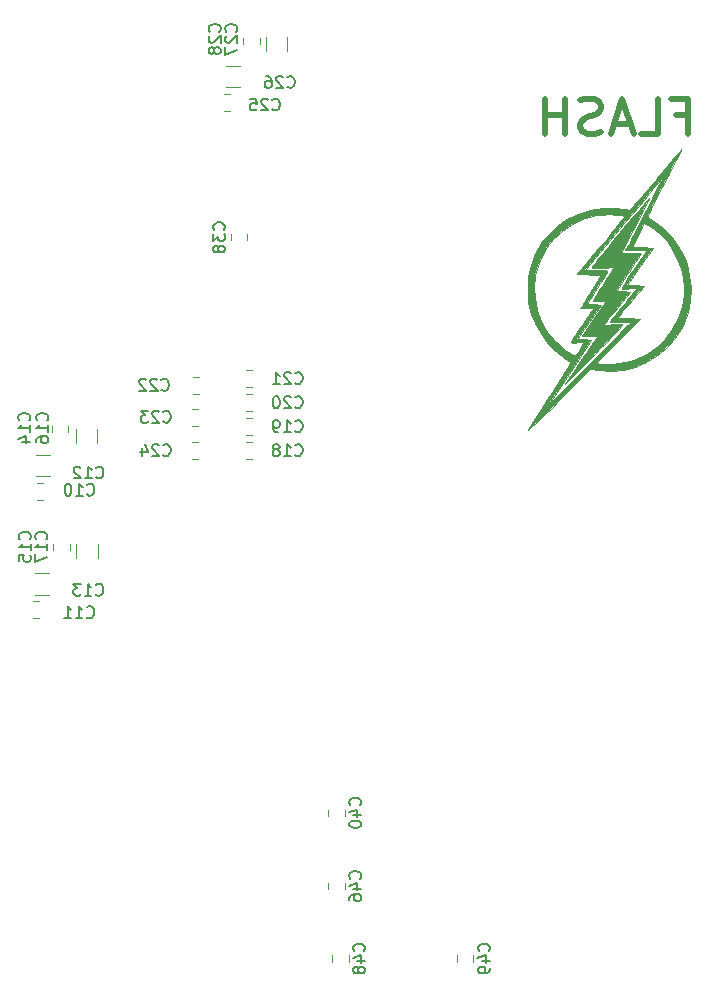
<source format=gbr>
G04 #@! TF.GenerationSoftware,KiCad,Pcbnew,(5.1.0)-1*
G04 #@! TF.CreationDate,2019-07-05T16:32:50+02:00*
G04 #@! TF.ProjectId,ECU_SMD,4543555f-534d-4442-9e6b-696361645f70,rev?*
G04 #@! TF.SameCoordinates,Original*
G04 #@! TF.FileFunction,Legend,Bot*
G04 #@! TF.FilePolarity,Positive*
%FSLAX46Y46*%
G04 Gerber Fmt 4.6, Leading zero omitted, Abs format (unit mm)*
G04 Created by KiCad (PCBNEW (5.1.0)-1) date 2019-07-05 16:32:50*
%MOMM*%
%LPD*%
G04 APERTURE LIST*
%ADD10C,0.500000*%
%ADD11C,0.010000*%
%ADD12C,0.120000*%
%ADD13C,0.150000*%
%ADD14C,0.100000*%
%ADD15C,1.170000*%
%ADD16R,1.620000X1.620000*%
%ADD17C,1.620000*%
%ADD18C,4.020000*%
%ADD19O,1.620000X1.620000*%
%ADD20C,1.445000*%
%ADD21R,1.720000X1.720000*%
%ADD22O,1.720000X1.720000*%
%ADD23O,3.520000X3.520000*%
%ADD24R,1.925000X2.020000*%
%ADD25O,1.925000X2.020000*%
%ADD26R,1.820000X1.820000*%
%ADD27O,1.820000X1.820000*%
G04 APERTURE END LIST*
D10*
X119071428Y-98785714D02*
X120071428Y-98785714D01*
X120071428Y-100357142D02*
X120071428Y-97357142D01*
X118642857Y-97357142D01*
X116071428Y-100357142D02*
X117500000Y-100357142D01*
X117500000Y-97357142D01*
X115214285Y-99500000D02*
X113785714Y-99500000D01*
X115500000Y-100357142D02*
X114500000Y-97357142D01*
X113500000Y-100357142D01*
X112642857Y-100214285D02*
X112214285Y-100357142D01*
X111500000Y-100357142D01*
X111214285Y-100214285D01*
X111071428Y-100071428D01*
X110928571Y-99785714D01*
X110928571Y-99500000D01*
X111071428Y-99214285D01*
X111214285Y-99071428D01*
X111500000Y-98928571D01*
X112071428Y-98785714D01*
X112357142Y-98642857D01*
X112500000Y-98500000D01*
X112642857Y-98214285D01*
X112642857Y-97928571D01*
X112500000Y-97642857D01*
X112357142Y-97500000D01*
X112071428Y-97357142D01*
X111357142Y-97357142D01*
X110928571Y-97500000D01*
X109642857Y-100357142D02*
X109642857Y-97357142D01*
X109642857Y-98785714D02*
X107928571Y-98785714D01*
X107928571Y-100357142D02*
X107928571Y-97357142D01*
D11*
G36*
X106627773Y-125301393D02*
G01*
X106847962Y-125103135D01*
X107155771Y-124814827D01*
X107540623Y-124446491D01*
X107991938Y-124008150D01*
X108499140Y-123509826D01*
X109022475Y-122990621D01*
X111767723Y-120254909D01*
X112515771Y-120354456D01*
X113548974Y-120409126D01*
X114566886Y-120303839D01*
X115552857Y-120047965D01*
X116490239Y-119650873D01*
X117362384Y-119121935D01*
X118152643Y-118470521D01*
X118844368Y-117706000D01*
X119420909Y-116837744D01*
X119682146Y-116320996D01*
X120017726Y-115384089D01*
X120211989Y-114386813D01*
X120264923Y-113361540D01*
X120176518Y-112340644D01*
X119946763Y-111356497D01*
X119684075Y-110667258D01*
X119205790Y-109795694D01*
X118598329Y-108984994D01*
X117892312Y-108271511D01*
X117248764Y-107776091D01*
X116991107Y-107602663D01*
X116787441Y-107463111D01*
X116680607Y-107386800D01*
X116679201Y-107385679D01*
X116692433Y-107289739D01*
X116786523Y-107047809D01*
X116960402Y-106662089D01*
X117213001Y-106134785D01*
X117543250Y-105468098D01*
X117950079Y-104664232D01*
X118432420Y-103725390D01*
X118801177Y-103014500D01*
X119026301Y-102579019D01*
X119219178Y-102200276D01*
X119368120Y-101901693D01*
X119461441Y-101706694D01*
X119487688Y-101638667D01*
X119428910Y-101701517D01*
X119273687Y-101880834D01*
X119033705Y-102162770D01*
X118720648Y-102533477D01*
X118346198Y-102979106D01*
X117922041Y-103485809D01*
X117459860Y-104039738D01*
X117306312Y-104224140D01*
X116731834Y-104909934D01*
X116231648Y-105497839D01*
X115811242Y-105981694D01*
X115476106Y-106355335D01*
X115231731Y-106612599D01*
X115083604Y-106747323D01*
X115041847Y-106766389D01*
X114815258Y-106710546D01*
X114468021Y-106660636D01*
X114048807Y-106620361D01*
X113606285Y-106593423D01*
X113189128Y-106583523D01*
X112846005Y-106594364D01*
X112814667Y-106597000D01*
X111747607Y-106774258D01*
X110747614Y-107098051D01*
X109825554Y-107556577D01*
X108992294Y-108138037D01*
X108258701Y-108830627D01*
X107635641Y-109622546D01*
X107133980Y-110501994D01*
X106764587Y-111457168D01*
X106538326Y-112476267D01*
X106481713Y-113269727D01*
X107020400Y-113269727D01*
X107132930Y-112271253D01*
X107405665Y-111293676D01*
X107574400Y-110880344D01*
X108047978Y-110027148D01*
X108656055Y-109253199D01*
X109376979Y-108575273D01*
X110189097Y-108010145D01*
X111070756Y-107574592D01*
X112000304Y-107285389D01*
X112286633Y-107229444D01*
X112787193Y-107173944D01*
X113367907Y-107153852D01*
X113943042Y-107170602D01*
X114232833Y-107196863D01*
X114480857Y-107237748D01*
X114642208Y-107285632D01*
X114677333Y-107315015D01*
X114624926Y-107392584D01*
X114475711Y-107585095D01*
X114241702Y-107877752D01*
X113934911Y-108255759D01*
X113567348Y-108704318D01*
X113151027Y-109208634D01*
X112697960Y-109753909D01*
X112676443Y-109779721D01*
X110675553Y-112179667D01*
X112706369Y-112264333D01*
X112016893Y-113365000D01*
X111758411Y-113778095D01*
X111515076Y-114167814D01*
X111308918Y-114498815D01*
X111161968Y-114735757D01*
X111124905Y-114795947D01*
X110922392Y-115126227D01*
X111487529Y-115080863D01*
X111771476Y-115063110D01*
X111974380Y-115060039D01*
X112052660Y-115072298D01*
X112052667Y-115072472D01*
X112006747Y-115150260D01*
X111878818Y-115345127D01*
X111683622Y-115635182D01*
X111435905Y-115998534D01*
X111150410Y-116413293D01*
X111119148Y-116458491D01*
X110826550Y-116883969D01*
X110566703Y-117266826D01*
X110355370Y-117583430D01*
X110208316Y-117810146D01*
X110141304Y-117923341D01*
X110139996Y-117926460D01*
X110143898Y-117988523D01*
X110237237Y-118016523D01*
X110449787Y-118014688D01*
X110658703Y-118000082D01*
X111223044Y-117954782D01*
X111091771Y-118199891D01*
X110962894Y-118421306D01*
X110791638Y-118692620D01*
X110719753Y-118800894D01*
X110479009Y-119156788D01*
X110041424Y-118906872D01*
X109628307Y-118626815D01*
X109174915Y-118247530D01*
X108729122Y-117814370D01*
X108338802Y-117372687D01*
X108138935Y-117104593D01*
X107627340Y-116206531D01*
X107269273Y-115255765D01*
X107066403Y-114270698D01*
X107020400Y-113269727D01*
X106481713Y-113269727D01*
X106465853Y-113492000D01*
X106545426Y-114545859D01*
X106777614Y-115561914D01*
X107152621Y-116522884D01*
X107660651Y-117411493D01*
X108291907Y-118210461D01*
X109036594Y-118902511D01*
X109841502Y-119445933D01*
X110176851Y-119636415D01*
X108442380Y-122342708D01*
X108043513Y-122965129D01*
X107684810Y-123525000D01*
X108062608Y-123525000D01*
X109935109Y-120646333D01*
X111807611Y-117767667D01*
X111216692Y-117742917D01*
X110625773Y-117718166D01*
X111637205Y-116261250D01*
X112648638Y-114804333D01*
X112096652Y-114779298D01*
X111815920Y-114760995D01*
X111617166Y-114737401D01*
X111544667Y-114714449D01*
X111587749Y-114633580D01*
X111707403Y-114433345D01*
X111889233Y-114137203D01*
X112118848Y-113768613D01*
X112358703Y-113387622D01*
X112623026Y-112967495D01*
X112856118Y-112592789D01*
X113042609Y-112288555D01*
X113167126Y-112079845D01*
X113213336Y-111994819D01*
X113188664Y-111945164D01*
X113057359Y-111909254D01*
X112799653Y-111884242D01*
X112395777Y-111867281D01*
X112311950Y-111865014D01*
X111369968Y-111841000D01*
X114653484Y-107887088D01*
X115239092Y-107182378D01*
X115792159Y-106517723D01*
X116303299Y-105904341D01*
X116763128Y-105353454D01*
X117162259Y-104876280D01*
X117491308Y-104484039D01*
X117740889Y-104187951D01*
X117901618Y-103999236D01*
X117964109Y-103929113D01*
X117964479Y-103928922D01*
X117933896Y-104000372D01*
X117834596Y-104205366D01*
X117675155Y-104526785D01*
X117464154Y-104947512D01*
X117210171Y-105450430D01*
X116921784Y-106018418D01*
X116661848Y-106528167D01*
X116334780Y-107167111D01*
X116019405Y-107780877D01*
X115727210Y-108347286D01*
X115469679Y-108844159D01*
X115258299Y-109249316D01*
X115104556Y-109540579D01*
X115039582Y-109660833D01*
X114747426Y-110190000D01*
X116548453Y-110190000D01*
X115485893Y-111765081D01*
X115179132Y-112222772D01*
X114907076Y-112634362D01*
X114683243Y-112978931D01*
X114521149Y-113235557D01*
X114434314Y-113383319D01*
X114423333Y-113409552D01*
X114500853Y-113436335D01*
X114706464Y-113445242D01*
X114999744Y-113435041D01*
X115079500Y-113429552D01*
X115406298Y-113406912D01*
X115592319Y-113404138D01*
X115665542Y-113427150D01*
X115653948Y-113481867D01*
X115610573Y-113541914D01*
X115517102Y-113659074D01*
X115336711Y-113882071D01*
X115089821Y-114185774D01*
X114796851Y-114545053D01*
X114550333Y-114846667D01*
X114236218Y-115231068D01*
X113952844Y-115578725D01*
X113720467Y-115864718D01*
X113559345Y-116064126D01*
X113496124Y-116143580D01*
X113452705Y-116211205D01*
X113465401Y-116254111D01*
X113559813Y-116276436D01*
X113761542Y-116282323D01*
X114096190Y-116275911D01*
X114281396Y-116270580D01*
X114646864Y-116264124D01*
X114937402Y-116267449D01*
X115119455Y-116279615D01*
X115164365Y-116295283D01*
X115102651Y-116363241D01*
X114932326Y-116540998D01*
X114663803Y-116817908D01*
X114307496Y-117183327D01*
X113873818Y-117626610D01*
X113373183Y-118137112D01*
X112816006Y-118704187D01*
X112212699Y-119317190D01*
X111788022Y-119748040D01*
X112298029Y-119748040D01*
X114135387Y-117868853D01*
X115972745Y-115989667D01*
X115028706Y-115965727D01*
X114651715Y-115952614D01*
X114346289Y-115935225D01*
X114146369Y-115915950D01*
X114084667Y-115899322D01*
X114136530Y-115824551D01*
X114281339Y-115640234D01*
X114502926Y-115366312D01*
X114785120Y-115022730D01*
X115111751Y-114629429D01*
X115197964Y-114526261D01*
X116311262Y-113195667D01*
X115617448Y-113153333D01*
X114923634Y-113111000D01*
X115989411Y-111544667D01*
X117055189Y-109978333D01*
X116163374Y-109954310D01*
X115271558Y-109930287D01*
X115779432Y-108917144D01*
X115971084Y-108544312D01*
X116140043Y-108233261D01*
X116270441Y-108011932D01*
X116346412Y-107908267D01*
X116354743Y-107904000D01*
X116458023Y-107946148D01*
X116654066Y-108054941D01*
X116829156Y-108162096D01*
X117569299Y-108727070D01*
X118230899Y-109423360D01*
X118794665Y-110223654D01*
X119241303Y-111100639D01*
X119547329Y-112010333D01*
X119648061Y-112584745D01*
X119694277Y-113251189D01*
X119685978Y-113941380D01*
X119623164Y-114587034D01*
X119547329Y-114973667D01*
X119212151Y-115965677D01*
X118735615Y-116871370D01*
X118127809Y-117680183D01*
X117398819Y-118381553D01*
X116558731Y-118964917D01*
X115617631Y-119419712D01*
X115143000Y-119586137D01*
X114739218Y-119684231D01*
X114248573Y-119762474D01*
X113725734Y-119816104D01*
X113225374Y-119840360D01*
X112802163Y-119830482D01*
X112610584Y-119806676D01*
X112298029Y-119748040D01*
X111788022Y-119748040D01*
X111602804Y-119935950D01*
X108062608Y-123525000D01*
X107684810Y-123525000D01*
X107665502Y-123555136D01*
X107319989Y-124094552D01*
X107018612Y-124565198D01*
X106773012Y-124948896D01*
X106594829Y-125227469D01*
X106495703Y-125382738D01*
X106492568Y-125387667D01*
X106505782Y-125399577D01*
X106627773Y-125301393D01*
X106627773Y-125301393D01*
G37*
X106627773Y-125301393D02*
X106847962Y-125103135D01*
X107155771Y-124814827D01*
X107540623Y-124446491D01*
X107991938Y-124008150D01*
X108499140Y-123509826D01*
X109022475Y-122990621D01*
X111767723Y-120254909D01*
X112515771Y-120354456D01*
X113548974Y-120409126D01*
X114566886Y-120303839D01*
X115552857Y-120047965D01*
X116490239Y-119650873D01*
X117362384Y-119121935D01*
X118152643Y-118470521D01*
X118844368Y-117706000D01*
X119420909Y-116837744D01*
X119682146Y-116320996D01*
X120017726Y-115384089D01*
X120211989Y-114386813D01*
X120264923Y-113361540D01*
X120176518Y-112340644D01*
X119946763Y-111356497D01*
X119684075Y-110667258D01*
X119205790Y-109795694D01*
X118598329Y-108984994D01*
X117892312Y-108271511D01*
X117248764Y-107776091D01*
X116991107Y-107602663D01*
X116787441Y-107463111D01*
X116680607Y-107386800D01*
X116679201Y-107385679D01*
X116692433Y-107289739D01*
X116786523Y-107047809D01*
X116960402Y-106662089D01*
X117213001Y-106134785D01*
X117543250Y-105468098D01*
X117950079Y-104664232D01*
X118432420Y-103725390D01*
X118801177Y-103014500D01*
X119026301Y-102579019D01*
X119219178Y-102200276D01*
X119368120Y-101901693D01*
X119461441Y-101706694D01*
X119487688Y-101638667D01*
X119428910Y-101701517D01*
X119273687Y-101880834D01*
X119033705Y-102162770D01*
X118720648Y-102533477D01*
X118346198Y-102979106D01*
X117922041Y-103485809D01*
X117459860Y-104039738D01*
X117306312Y-104224140D01*
X116731834Y-104909934D01*
X116231648Y-105497839D01*
X115811242Y-105981694D01*
X115476106Y-106355335D01*
X115231731Y-106612599D01*
X115083604Y-106747323D01*
X115041847Y-106766389D01*
X114815258Y-106710546D01*
X114468021Y-106660636D01*
X114048807Y-106620361D01*
X113606285Y-106593423D01*
X113189128Y-106583523D01*
X112846005Y-106594364D01*
X112814667Y-106597000D01*
X111747607Y-106774258D01*
X110747614Y-107098051D01*
X109825554Y-107556577D01*
X108992294Y-108138037D01*
X108258701Y-108830627D01*
X107635641Y-109622546D01*
X107133980Y-110501994D01*
X106764587Y-111457168D01*
X106538326Y-112476267D01*
X106481713Y-113269727D01*
X107020400Y-113269727D01*
X107132930Y-112271253D01*
X107405665Y-111293676D01*
X107574400Y-110880344D01*
X108047978Y-110027148D01*
X108656055Y-109253199D01*
X109376979Y-108575273D01*
X110189097Y-108010145D01*
X111070756Y-107574592D01*
X112000304Y-107285389D01*
X112286633Y-107229444D01*
X112787193Y-107173944D01*
X113367907Y-107153852D01*
X113943042Y-107170602D01*
X114232833Y-107196863D01*
X114480857Y-107237748D01*
X114642208Y-107285632D01*
X114677333Y-107315015D01*
X114624926Y-107392584D01*
X114475711Y-107585095D01*
X114241702Y-107877752D01*
X113934911Y-108255759D01*
X113567348Y-108704318D01*
X113151027Y-109208634D01*
X112697960Y-109753909D01*
X112676443Y-109779721D01*
X110675553Y-112179667D01*
X112706369Y-112264333D01*
X112016893Y-113365000D01*
X111758411Y-113778095D01*
X111515076Y-114167814D01*
X111308918Y-114498815D01*
X111161968Y-114735757D01*
X111124905Y-114795947D01*
X110922392Y-115126227D01*
X111487529Y-115080863D01*
X111771476Y-115063110D01*
X111974380Y-115060039D01*
X112052660Y-115072298D01*
X112052667Y-115072472D01*
X112006747Y-115150260D01*
X111878818Y-115345127D01*
X111683622Y-115635182D01*
X111435905Y-115998534D01*
X111150410Y-116413293D01*
X111119148Y-116458491D01*
X110826550Y-116883969D01*
X110566703Y-117266826D01*
X110355370Y-117583430D01*
X110208316Y-117810146D01*
X110141304Y-117923341D01*
X110139996Y-117926460D01*
X110143898Y-117988523D01*
X110237237Y-118016523D01*
X110449787Y-118014688D01*
X110658703Y-118000082D01*
X111223044Y-117954782D01*
X111091771Y-118199891D01*
X110962894Y-118421306D01*
X110791638Y-118692620D01*
X110719753Y-118800894D01*
X110479009Y-119156788D01*
X110041424Y-118906872D01*
X109628307Y-118626815D01*
X109174915Y-118247530D01*
X108729122Y-117814370D01*
X108338802Y-117372687D01*
X108138935Y-117104593D01*
X107627340Y-116206531D01*
X107269273Y-115255765D01*
X107066403Y-114270698D01*
X107020400Y-113269727D01*
X106481713Y-113269727D01*
X106465853Y-113492000D01*
X106545426Y-114545859D01*
X106777614Y-115561914D01*
X107152621Y-116522884D01*
X107660651Y-117411493D01*
X108291907Y-118210461D01*
X109036594Y-118902511D01*
X109841502Y-119445933D01*
X110176851Y-119636415D01*
X108442380Y-122342708D01*
X108043513Y-122965129D01*
X107684810Y-123525000D01*
X108062608Y-123525000D01*
X109935109Y-120646333D01*
X111807611Y-117767667D01*
X111216692Y-117742917D01*
X110625773Y-117718166D01*
X111637205Y-116261250D01*
X112648638Y-114804333D01*
X112096652Y-114779298D01*
X111815920Y-114760995D01*
X111617166Y-114737401D01*
X111544667Y-114714449D01*
X111587749Y-114633580D01*
X111707403Y-114433345D01*
X111889233Y-114137203D01*
X112118848Y-113768613D01*
X112358703Y-113387622D01*
X112623026Y-112967495D01*
X112856118Y-112592789D01*
X113042609Y-112288555D01*
X113167126Y-112079845D01*
X113213336Y-111994819D01*
X113188664Y-111945164D01*
X113057359Y-111909254D01*
X112799653Y-111884242D01*
X112395777Y-111867281D01*
X112311950Y-111865014D01*
X111369968Y-111841000D01*
X114653484Y-107887088D01*
X115239092Y-107182378D01*
X115792159Y-106517723D01*
X116303299Y-105904341D01*
X116763128Y-105353454D01*
X117162259Y-104876280D01*
X117491308Y-104484039D01*
X117740889Y-104187951D01*
X117901618Y-103999236D01*
X117964109Y-103929113D01*
X117964479Y-103928922D01*
X117933896Y-104000372D01*
X117834596Y-104205366D01*
X117675155Y-104526785D01*
X117464154Y-104947512D01*
X117210171Y-105450430D01*
X116921784Y-106018418D01*
X116661848Y-106528167D01*
X116334780Y-107167111D01*
X116019405Y-107780877D01*
X115727210Y-108347286D01*
X115469679Y-108844159D01*
X115258299Y-109249316D01*
X115104556Y-109540579D01*
X115039582Y-109660833D01*
X114747426Y-110190000D01*
X116548453Y-110190000D01*
X115485893Y-111765081D01*
X115179132Y-112222772D01*
X114907076Y-112634362D01*
X114683243Y-112978931D01*
X114521149Y-113235557D01*
X114434314Y-113383319D01*
X114423333Y-113409552D01*
X114500853Y-113436335D01*
X114706464Y-113445242D01*
X114999744Y-113435041D01*
X115079500Y-113429552D01*
X115406298Y-113406912D01*
X115592319Y-113404138D01*
X115665542Y-113427150D01*
X115653948Y-113481867D01*
X115610573Y-113541914D01*
X115517102Y-113659074D01*
X115336711Y-113882071D01*
X115089821Y-114185774D01*
X114796851Y-114545053D01*
X114550333Y-114846667D01*
X114236218Y-115231068D01*
X113952844Y-115578725D01*
X113720467Y-115864718D01*
X113559345Y-116064126D01*
X113496124Y-116143580D01*
X113452705Y-116211205D01*
X113465401Y-116254111D01*
X113559813Y-116276436D01*
X113761542Y-116282323D01*
X114096190Y-116275911D01*
X114281396Y-116270580D01*
X114646864Y-116264124D01*
X114937402Y-116267449D01*
X115119455Y-116279615D01*
X115164365Y-116295283D01*
X115102651Y-116363241D01*
X114932326Y-116540998D01*
X114663803Y-116817908D01*
X114307496Y-117183327D01*
X113873818Y-117626610D01*
X113373183Y-118137112D01*
X112816006Y-118704187D01*
X112212699Y-119317190D01*
X111788022Y-119748040D01*
X112298029Y-119748040D01*
X114135387Y-117868853D01*
X115972745Y-115989667D01*
X115028706Y-115965727D01*
X114651715Y-115952614D01*
X114346289Y-115935225D01*
X114146369Y-115915950D01*
X114084667Y-115899322D01*
X114136530Y-115824551D01*
X114281339Y-115640234D01*
X114502926Y-115366312D01*
X114785120Y-115022730D01*
X115111751Y-114629429D01*
X115197964Y-114526261D01*
X116311262Y-113195667D01*
X115617448Y-113153333D01*
X114923634Y-113111000D01*
X115989411Y-111544667D01*
X117055189Y-109978333D01*
X116163374Y-109954310D01*
X115271558Y-109930287D01*
X115779432Y-108917144D01*
X115971084Y-108544312D01*
X116140043Y-108233261D01*
X116270441Y-108011932D01*
X116346412Y-107908267D01*
X116354743Y-107904000D01*
X116458023Y-107946148D01*
X116654066Y-108054941D01*
X116829156Y-108162096D01*
X117569299Y-108727070D01*
X118230899Y-109423360D01*
X118794665Y-110223654D01*
X119241303Y-111100639D01*
X119547329Y-112010333D01*
X119648061Y-112584745D01*
X119694277Y-113251189D01*
X119685978Y-113941380D01*
X119623164Y-114587034D01*
X119547329Y-114973667D01*
X119212151Y-115965677D01*
X118735615Y-116871370D01*
X118127809Y-117680183D01*
X117398819Y-118381553D01*
X116558731Y-118964917D01*
X115617631Y-119419712D01*
X115143000Y-119586137D01*
X114739218Y-119684231D01*
X114248573Y-119762474D01*
X113725734Y-119816104D01*
X113225374Y-119840360D01*
X112802163Y-119830482D01*
X112610584Y-119806676D01*
X112298029Y-119748040D01*
X111788022Y-119748040D01*
X111602804Y-119935950D01*
X108062608Y-123525000D01*
X107684810Y-123525000D01*
X107665502Y-123555136D01*
X107319989Y-124094552D01*
X107018612Y-124565198D01*
X106773012Y-124948896D01*
X106594829Y-125227469D01*
X106495703Y-125382738D01*
X106492568Y-125387667D01*
X106505782Y-125399577D01*
X106627773Y-125301393D01*
G36*
X112086207Y-119037667D02*
G01*
X112609783Y-118503823D01*
X113094471Y-118006322D01*
X113527726Y-117558289D01*
X113897001Y-117172848D01*
X114189750Y-116863125D01*
X114393425Y-116642245D01*
X114495480Y-116523333D01*
X114505036Y-116507297D01*
X114427996Y-116479107D01*
X114218250Y-116464840D01*
X113911971Y-116465985D01*
X113703667Y-116474332D01*
X113358311Y-116489459D01*
X113087192Y-116495744D01*
X112926984Y-116492642D01*
X112899333Y-116486266D01*
X112950865Y-116415114D01*
X113094923Y-116233318D01*
X113315698Y-115960380D01*
X113597385Y-115615798D01*
X113924174Y-115219076D01*
X114039336Y-115079897D01*
X115179339Y-113703667D01*
X114589669Y-113678791D01*
X114298384Y-113661204D01*
X114087644Y-113638373D01*
X114000376Y-113615047D01*
X114000000Y-113613586D01*
X114044957Y-113534460D01*
X114170741Y-113335739D01*
X114363718Y-113038370D01*
X114610255Y-112663297D01*
X114896720Y-112231465D01*
X115016000Y-112052667D01*
X115314365Y-111604171D01*
X115578090Y-111204014D01*
X115793535Y-110873202D01*
X115947059Y-110632742D01*
X116025021Y-110503641D01*
X116032000Y-110488038D01*
X115953468Y-110469114D01*
X115742388Y-110454264D01*
X115435532Y-110445501D01*
X115227667Y-110444000D01*
X114882036Y-110439353D01*
X114610804Y-110426862D01*
X114450742Y-110408703D01*
X114423333Y-110396402D01*
X114460466Y-110310969D01*
X114563915Y-110098651D01*
X114721758Y-109782735D01*
X114922074Y-109386512D01*
X115152939Y-108933271D01*
X115402432Y-108446300D01*
X115658631Y-107948889D01*
X115909613Y-107464326D01*
X116143456Y-107015901D01*
X116348238Y-106626902D01*
X116468590Y-106401167D01*
X116614513Y-106120527D01*
X116716155Y-105907278D01*
X116757446Y-105795884D01*
X116754791Y-105787333D01*
X116693267Y-105850290D01*
X116534667Y-106030439D01*
X116290093Y-106314702D01*
X115970647Y-106689997D01*
X115587431Y-107143245D01*
X115151549Y-107661365D01*
X114674101Y-108231278D01*
X114297268Y-108682613D01*
X113796493Y-109285005D01*
X113330840Y-109848546D01*
X112911251Y-110359749D01*
X112548662Y-110805129D01*
X112254012Y-111171200D01*
X112038240Y-111444478D01*
X111912285Y-111611475D01*
X111883333Y-111658676D01*
X111964382Y-111690893D01*
X112195215Y-111703557D01*
X112557358Y-111696190D01*
X112816249Y-111682797D01*
X113749165Y-111626136D01*
X113337187Y-112283901D01*
X113100452Y-112662165D01*
X112821466Y-113108377D01*
X112547575Y-113546795D01*
X112449645Y-113703667D01*
X111974080Y-114465667D01*
X112556278Y-114490393D01*
X113138477Y-114515119D01*
X112124647Y-115972059D01*
X111110818Y-117429000D01*
X111754356Y-117453787D01*
X112397893Y-117478574D01*
X111943435Y-118131121D01*
X111744978Y-118418778D01*
X111478073Y-118809501D01*
X111168351Y-119265564D01*
X110841446Y-119749241D01*
X110579659Y-120138333D01*
X109670341Y-121493000D01*
X112086207Y-119037667D01*
X112086207Y-119037667D01*
G37*
X112086207Y-119037667D02*
X112609783Y-118503823D01*
X113094471Y-118006322D01*
X113527726Y-117558289D01*
X113897001Y-117172848D01*
X114189750Y-116863125D01*
X114393425Y-116642245D01*
X114495480Y-116523333D01*
X114505036Y-116507297D01*
X114427996Y-116479107D01*
X114218250Y-116464840D01*
X113911971Y-116465985D01*
X113703667Y-116474332D01*
X113358311Y-116489459D01*
X113087192Y-116495744D01*
X112926984Y-116492642D01*
X112899333Y-116486266D01*
X112950865Y-116415114D01*
X113094923Y-116233318D01*
X113315698Y-115960380D01*
X113597385Y-115615798D01*
X113924174Y-115219076D01*
X114039336Y-115079897D01*
X115179339Y-113703667D01*
X114589669Y-113678791D01*
X114298384Y-113661204D01*
X114087644Y-113638373D01*
X114000376Y-113615047D01*
X114000000Y-113613586D01*
X114044957Y-113534460D01*
X114170741Y-113335739D01*
X114363718Y-113038370D01*
X114610255Y-112663297D01*
X114896720Y-112231465D01*
X115016000Y-112052667D01*
X115314365Y-111604171D01*
X115578090Y-111204014D01*
X115793535Y-110873202D01*
X115947059Y-110632742D01*
X116025021Y-110503641D01*
X116032000Y-110488038D01*
X115953468Y-110469114D01*
X115742388Y-110454264D01*
X115435532Y-110445501D01*
X115227667Y-110444000D01*
X114882036Y-110439353D01*
X114610804Y-110426862D01*
X114450742Y-110408703D01*
X114423333Y-110396402D01*
X114460466Y-110310969D01*
X114563915Y-110098651D01*
X114721758Y-109782735D01*
X114922074Y-109386512D01*
X115152939Y-108933271D01*
X115402432Y-108446300D01*
X115658631Y-107948889D01*
X115909613Y-107464326D01*
X116143456Y-107015901D01*
X116348238Y-106626902D01*
X116468590Y-106401167D01*
X116614513Y-106120527D01*
X116716155Y-105907278D01*
X116757446Y-105795884D01*
X116754791Y-105787333D01*
X116693267Y-105850290D01*
X116534667Y-106030439D01*
X116290093Y-106314702D01*
X115970647Y-106689997D01*
X115587431Y-107143245D01*
X115151549Y-107661365D01*
X114674101Y-108231278D01*
X114297268Y-108682613D01*
X113796493Y-109285005D01*
X113330840Y-109848546D01*
X112911251Y-110359749D01*
X112548662Y-110805129D01*
X112254012Y-111171200D01*
X112038240Y-111444478D01*
X111912285Y-111611475D01*
X111883333Y-111658676D01*
X111964382Y-111690893D01*
X112195215Y-111703557D01*
X112557358Y-111696190D01*
X112816249Y-111682797D01*
X113749165Y-111626136D01*
X113337187Y-112283901D01*
X113100452Y-112662165D01*
X112821466Y-113108377D01*
X112547575Y-113546795D01*
X112449645Y-113703667D01*
X111974080Y-114465667D01*
X112556278Y-114490393D01*
X113138477Y-114515119D01*
X112124647Y-115972059D01*
X111110818Y-117429000D01*
X111754356Y-117453787D01*
X112397893Y-117478574D01*
X111943435Y-118131121D01*
X111744978Y-118418778D01*
X111478073Y-118809501D01*
X111168351Y-119265564D01*
X110841446Y-119749241D01*
X110579659Y-120138333D01*
X109670341Y-121493000D01*
X112086207Y-119037667D01*
D12*
X100458200Y-170415852D02*
X100458200Y-169893348D01*
X101878200Y-170415852D02*
X101878200Y-169893348D01*
X89561600Y-164294452D02*
X89561600Y-163771948D01*
X90981600Y-164294452D02*
X90981600Y-163771948D01*
X65420752Y-131351200D02*
X64898248Y-131351200D01*
X65420752Y-129931200D02*
X64898248Y-129931200D01*
X65094452Y-139921800D02*
X64571948Y-139921800D01*
X65094452Y-141341800D02*
X64571948Y-141341800D01*
X66061064Y-127508700D02*
X64856936Y-127508700D01*
X66061064Y-129328700D02*
X64856936Y-129328700D01*
X65943264Y-137562800D02*
X64739136Y-137562800D01*
X65943264Y-139382800D02*
X64739136Y-139382800D01*
X70015500Y-125313136D02*
X70015500Y-126517264D01*
X68195500Y-125313136D02*
X68195500Y-126517264D01*
X70061200Y-135076736D02*
X70061200Y-136280864D01*
X68241200Y-135076736D02*
X68241200Y-136280864D01*
X66173000Y-125100448D02*
X66173000Y-125622952D01*
X67593000Y-125100448D02*
X67593000Y-125622952D01*
X67702200Y-135036548D02*
X67702200Y-135559052D01*
X66282200Y-135036548D02*
X66282200Y-135559052D01*
X83116052Y-126467800D02*
X82593548Y-126467800D01*
X83116052Y-127887800D02*
X82593548Y-127887800D01*
X83116052Y-125855800D02*
X82593548Y-125855800D01*
X83116052Y-124435800D02*
X82593548Y-124435800D01*
X83116052Y-123823800D02*
X82593548Y-123823800D01*
X83116052Y-122403800D02*
X82593548Y-122403800D01*
X83116052Y-120371800D02*
X82593548Y-120371800D01*
X83116052Y-121791800D02*
X82593548Y-121791800D01*
X78121548Y-122341800D02*
X78644052Y-122341800D01*
X78121548Y-120921800D02*
X78644052Y-120921800D01*
X78021548Y-123621800D02*
X78544052Y-123621800D01*
X78021548Y-125041800D02*
X78544052Y-125041800D01*
X78021548Y-126467800D02*
X78544052Y-126467800D01*
X78021548Y-127887800D02*
X78544052Y-127887800D01*
X81299652Y-96945000D02*
X80777148Y-96945000D01*
X81299652Y-98365000D02*
X80777148Y-98365000D01*
X82148464Y-94586000D02*
X80944336Y-94586000D01*
X82148464Y-96406000D02*
X80944336Y-96406000D01*
X86139400Y-92099936D02*
X86139400Y-93304064D01*
X84319400Y-92099936D02*
X84319400Y-93304064D01*
X83780400Y-92186748D02*
X83780400Y-92709252D01*
X82360400Y-92186748D02*
X82360400Y-92709252D01*
X81334000Y-108842748D02*
X81334000Y-109365252D01*
X82754000Y-108842748D02*
X82754000Y-109365252D01*
X90981600Y-158071452D02*
X90981600Y-157548948D01*
X89561600Y-158071452D02*
X89561600Y-157548948D01*
X89891800Y-170415852D02*
X89891800Y-169893348D01*
X91311800Y-170415852D02*
X91311800Y-169893348D01*
D13*
X103175342Y-169511742D02*
X103222961Y-169464123D01*
X103270580Y-169321266D01*
X103270580Y-169226028D01*
X103222961Y-169083171D01*
X103127723Y-168987933D01*
X103032485Y-168940314D01*
X102842009Y-168892695D01*
X102699152Y-168892695D01*
X102508676Y-168940314D01*
X102413438Y-168987933D01*
X102318200Y-169083171D01*
X102270580Y-169226028D01*
X102270580Y-169321266D01*
X102318200Y-169464123D01*
X102365819Y-169511742D01*
X102603914Y-170368885D02*
X103270580Y-170368885D01*
X102222961Y-170130790D02*
X102937247Y-169892695D01*
X102937247Y-170511742D01*
X103270580Y-170940314D02*
X103270580Y-171130790D01*
X103222961Y-171226028D01*
X103175342Y-171273647D01*
X103032485Y-171368885D01*
X102842009Y-171416504D01*
X102461057Y-171416504D01*
X102365819Y-171368885D01*
X102318200Y-171321266D01*
X102270580Y-171226028D01*
X102270580Y-171035552D01*
X102318200Y-170940314D01*
X102365819Y-170892695D01*
X102461057Y-170845076D01*
X102699152Y-170845076D01*
X102794390Y-170892695D01*
X102842009Y-170940314D01*
X102889628Y-171035552D01*
X102889628Y-171226028D01*
X102842009Y-171321266D01*
X102794390Y-171368885D01*
X102699152Y-171416504D01*
X92278742Y-163390342D02*
X92326361Y-163342723D01*
X92373980Y-163199866D01*
X92373980Y-163104628D01*
X92326361Y-162961771D01*
X92231123Y-162866533D01*
X92135885Y-162818914D01*
X91945409Y-162771295D01*
X91802552Y-162771295D01*
X91612076Y-162818914D01*
X91516838Y-162866533D01*
X91421600Y-162961771D01*
X91373980Y-163104628D01*
X91373980Y-163199866D01*
X91421600Y-163342723D01*
X91469219Y-163390342D01*
X91707314Y-164247485D02*
X92373980Y-164247485D01*
X91326361Y-164009390D02*
X92040647Y-163771295D01*
X92040647Y-164390342D01*
X91373980Y-165199866D02*
X91373980Y-165009390D01*
X91421600Y-164914152D01*
X91469219Y-164866533D01*
X91612076Y-164771295D01*
X91802552Y-164723676D01*
X92183504Y-164723676D01*
X92278742Y-164771295D01*
X92326361Y-164818914D01*
X92373980Y-164914152D01*
X92373980Y-165104628D01*
X92326361Y-165199866D01*
X92278742Y-165247485D01*
X92183504Y-165295104D01*
X91945409Y-165295104D01*
X91850171Y-165247485D01*
X91802552Y-165199866D01*
X91754933Y-165104628D01*
X91754933Y-164914152D01*
X91802552Y-164818914D01*
X91850171Y-164771295D01*
X91945409Y-164723676D01*
X69176857Y-130871342D02*
X69224476Y-130918961D01*
X69367333Y-130966580D01*
X69462571Y-130966580D01*
X69605428Y-130918961D01*
X69700666Y-130823723D01*
X69748285Y-130728485D01*
X69795904Y-130538009D01*
X69795904Y-130395152D01*
X69748285Y-130204676D01*
X69700666Y-130109438D01*
X69605428Y-130014200D01*
X69462571Y-129966580D01*
X69367333Y-129966580D01*
X69224476Y-130014200D01*
X69176857Y-130061819D01*
X68224476Y-130966580D02*
X68795904Y-130966580D01*
X68510190Y-130966580D02*
X68510190Y-129966580D01*
X68605428Y-130109438D01*
X68700666Y-130204676D01*
X68795904Y-130252295D01*
X67605428Y-129966580D02*
X67510190Y-129966580D01*
X67414952Y-130014200D01*
X67367333Y-130061819D01*
X67319714Y-130157057D01*
X67272095Y-130347533D01*
X67272095Y-130585628D01*
X67319714Y-130776104D01*
X67367333Y-130871342D01*
X67414952Y-130918961D01*
X67510190Y-130966580D01*
X67605428Y-130966580D01*
X67700666Y-130918961D01*
X67748285Y-130871342D01*
X67795904Y-130776104D01*
X67843523Y-130585628D01*
X67843523Y-130347533D01*
X67795904Y-130157057D01*
X67748285Y-130061819D01*
X67700666Y-130014200D01*
X67605428Y-129966580D01*
X69159057Y-141242942D02*
X69206676Y-141290561D01*
X69349533Y-141338180D01*
X69444771Y-141338180D01*
X69587628Y-141290561D01*
X69682866Y-141195323D01*
X69730485Y-141100085D01*
X69778104Y-140909609D01*
X69778104Y-140766752D01*
X69730485Y-140576276D01*
X69682866Y-140481038D01*
X69587628Y-140385800D01*
X69444771Y-140338180D01*
X69349533Y-140338180D01*
X69206676Y-140385800D01*
X69159057Y-140433419D01*
X68206676Y-141338180D02*
X68778104Y-141338180D01*
X68492390Y-141338180D02*
X68492390Y-140338180D01*
X68587628Y-140481038D01*
X68682866Y-140576276D01*
X68778104Y-140623895D01*
X67254295Y-141338180D02*
X67825723Y-141338180D01*
X67540009Y-141338180D02*
X67540009Y-140338180D01*
X67635247Y-140481038D01*
X67730485Y-140576276D01*
X67825723Y-140623895D01*
X69938857Y-129410842D02*
X69986476Y-129458461D01*
X70129333Y-129506080D01*
X70224571Y-129506080D01*
X70367428Y-129458461D01*
X70462666Y-129363223D01*
X70510285Y-129267985D01*
X70557904Y-129077509D01*
X70557904Y-128934652D01*
X70510285Y-128744176D01*
X70462666Y-128648938D01*
X70367428Y-128553700D01*
X70224571Y-128506080D01*
X70129333Y-128506080D01*
X69986476Y-128553700D01*
X69938857Y-128601319D01*
X68986476Y-129506080D02*
X69557904Y-129506080D01*
X69272190Y-129506080D02*
X69272190Y-128506080D01*
X69367428Y-128648938D01*
X69462666Y-128744176D01*
X69557904Y-128791795D01*
X68605523Y-128601319D02*
X68557904Y-128553700D01*
X68462666Y-128506080D01*
X68224571Y-128506080D01*
X68129333Y-128553700D01*
X68081714Y-128601319D01*
X68034095Y-128696557D01*
X68034095Y-128791795D01*
X68081714Y-128934652D01*
X68653142Y-129506080D01*
X68034095Y-129506080D01*
X69921057Y-139337942D02*
X69968676Y-139385561D01*
X70111533Y-139433180D01*
X70206771Y-139433180D01*
X70349628Y-139385561D01*
X70444866Y-139290323D01*
X70492485Y-139195085D01*
X70540104Y-139004609D01*
X70540104Y-138861752D01*
X70492485Y-138671276D01*
X70444866Y-138576038D01*
X70349628Y-138480800D01*
X70206771Y-138433180D01*
X70111533Y-138433180D01*
X69968676Y-138480800D01*
X69921057Y-138528419D01*
X68968676Y-139433180D02*
X69540104Y-139433180D01*
X69254390Y-139433180D02*
X69254390Y-138433180D01*
X69349628Y-138576038D01*
X69444866Y-138671276D01*
X69540104Y-138718895D01*
X68635342Y-138433180D02*
X68016295Y-138433180D01*
X68349628Y-138814133D01*
X68206771Y-138814133D01*
X68111533Y-138861752D01*
X68063914Y-138909371D01*
X68016295Y-139004609D01*
X68016295Y-139242704D01*
X68063914Y-139337942D01*
X68111533Y-139385561D01*
X68206771Y-139433180D01*
X68492485Y-139433180D01*
X68587723Y-139385561D01*
X68635342Y-139337942D01*
X64255642Y-124600842D02*
X64303261Y-124553223D01*
X64350880Y-124410366D01*
X64350880Y-124315128D01*
X64303261Y-124172271D01*
X64208023Y-124077033D01*
X64112785Y-124029414D01*
X63922309Y-123981795D01*
X63779452Y-123981795D01*
X63588976Y-124029414D01*
X63493738Y-124077033D01*
X63398500Y-124172271D01*
X63350880Y-124315128D01*
X63350880Y-124410366D01*
X63398500Y-124553223D01*
X63446119Y-124600842D01*
X64350880Y-125553223D02*
X64350880Y-124981795D01*
X64350880Y-125267509D02*
X63350880Y-125267509D01*
X63493738Y-125172271D01*
X63588976Y-125077033D01*
X63636595Y-124981795D01*
X63684214Y-126410366D02*
X64350880Y-126410366D01*
X63303261Y-126172271D02*
X64017547Y-125934176D01*
X64017547Y-126553223D01*
X64301342Y-134654942D02*
X64348961Y-134607323D01*
X64396580Y-134464466D01*
X64396580Y-134369228D01*
X64348961Y-134226371D01*
X64253723Y-134131133D01*
X64158485Y-134083514D01*
X63968009Y-134035895D01*
X63825152Y-134035895D01*
X63634676Y-134083514D01*
X63539438Y-134131133D01*
X63444200Y-134226371D01*
X63396580Y-134369228D01*
X63396580Y-134464466D01*
X63444200Y-134607323D01*
X63491819Y-134654942D01*
X64396580Y-135607323D02*
X64396580Y-135035895D01*
X64396580Y-135321609D02*
X63396580Y-135321609D01*
X63539438Y-135226371D01*
X63634676Y-135131133D01*
X63682295Y-135035895D01*
X63396580Y-136512085D02*
X63396580Y-136035895D01*
X63872771Y-135988276D01*
X63825152Y-136035895D01*
X63777533Y-136131133D01*
X63777533Y-136369228D01*
X63825152Y-136464466D01*
X63872771Y-136512085D01*
X63968009Y-136559704D01*
X64206104Y-136559704D01*
X64301342Y-136512085D01*
X64348961Y-136464466D01*
X64396580Y-136369228D01*
X64396580Y-136131133D01*
X64348961Y-136035895D01*
X64301342Y-135988276D01*
X65779642Y-124600842D02*
X65827261Y-124553223D01*
X65874880Y-124410366D01*
X65874880Y-124315128D01*
X65827261Y-124172271D01*
X65732023Y-124077033D01*
X65636785Y-124029414D01*
X65446309Y-123981795D01*
X65303452Y-123981795D01*
X65112976Y-124029414D01*
X65017738Y-124077033D01*
X64922500Y-124172271D01*
X64874880Y-124315128D01*
X64874880Y-124410366D01*
X64922500Y-124553223D01*
X64970119Y-124600842D01*
X65874880Y-125553223D02*
X65874880Y-124981795D01*
X65874880Y-125267509D02*
X64874880Y-125267509D01*
X65017738Y-125172271D01*
X65112976Y-125077033D01*
X65160595Y-124981795D01*
X64874880Y-126410366D02*
X64874880Y-126219890D01*
X64922500Y-126124652D01*
X64970119Y-126077033D01*
X65112976Y-125981795D01*
X65303452Y-125934176D01*
X65684404Y-125934176D01*
X65779642Y-125981795D01*
X65827261Y-126029414D01*
X65874880Y-126124652D01*
X65874880Y-126315128D01*
X65827261Y-126410366D01*
X65779642Y-126457985D01*
X65684404Y-126505604D01*
X65446309Y-126505604D01*
X65351071Y-126457985D01*
X65303452Y-126410366D01*
X65255833Y-126315128D01*
X65255833Y-126124652D01*
X65303452Y-126029414D01*
X65351071Y-125981795D01*
X65446309Y-125934176D01*
X65699342Y-134654942D02*
X65746961Y-134607323D01*
X65794580Y-134464466D01*
X65794580Y-134369228D01*
X65746961Y-134226371D01*
X65651723Y-134131133D01*
X65556485Y-134083514D01*
X65366009Y-134035895D01*
X65223152Y-134035895D01*
X65032676Y-134083514D01*
X64937438Y-134131133D01*
X64842200Y-134226371D01*
X64794580Y-134369228D01*
X64794580Y-134464466D01*
X64842200Y-134607323D01*
X64889819Y-134654942D01*
X65794580Y-135607323D02*
X65794580Y-135035895D01*
X65794580Y-135321609D02*
X64794580Y-135321609D01*
X64937438Y-135226371D01*
X65032676Y-135131133D01*
X65080295Y-135035895D01*
X64794580Y-135940657D02*
X64794580Y-136607323D01*
X65794580Y-136178752D01*
X86799657Y-127534942D02*
X86847276Y-127582561D01*
X86990133Y-127630180D01*
X87085371Y-127630180D01*
X87228228Y-127582561D01*
X87323466Y-127487323D01*
X87371085Y-127392085D01*
X87418704Y-127201609D01*
X87418704Y-127058752D01*
X87371085Y-126868276D01*
X87323466Y-126773038D01*
X87228228Y-126677800D01*
X87085371Y-126630180D01*
X86990133Y-126630180D01*
X86847276Y-126677800D01*
X86799657Y-126725419D01*
X85847276Y-127630180D02*
X86418704Y-127630180D01*
X86132990Y-127630180D02*
X86132990Y-126630180D01*
X86228228Y-126773038D01*
X86323466Y-126868276D01*
X86418704Y-126915895D01*
X85275847Y-127058752D02*
X85371085Y-127011133D01*
X85418704Y-126963514D01*
X85466323Y-126868276D01*
X85466323Y-126820657D01*
X85418704Y-126725419D01*
X85371085Y-126677800D01*
X85275847Y-126630180D01*
X85085371Y-126630180D01*
X84990133Y-126677800D01*
X84942514Y-126725419D01*
X84894895Y-126820657D01*
X84894895Y-126868276D01*
X84942514Y-126963514D01*
X84990133Y-127011133D01*
X85085371Y-127058752D01*
X85275847Y-127058752D01*
X85371085Y-127106371D01*
X85418704Y-127153990D01*
X85466323Y-127249228D01*
X85466323Y-127439704D01*
X85418704Y-127534942D01*
X85371085Y-127582561D01*
X85275847Y-127630180D01*
X85085371Y-127630180D01*
X84990133Y-127582561D01*
X84942514Y-127534942D01*
X84894895Y-127439704D01*
X84894895Y-127249228D01*
X84942514Y-127153990D01*
X84990133Y-127106371D01*
X85085371Y-127058752D01*
X86799657Y-125502942D02*
X86847276Y-125550561D01*
X86990133Y-125598180D01*
X87085371Y-125598180D01*
X87228228Y-125550561D01*
X87323466Y-125455323D01*
X87371085Y-125360085D01*
X87418704Y-125169609D01*
X87418704Y-125026752D01*
X87371085Y-124836276D01*
X87323466Y-124741038D01*
X87228228Y-124645800D01*
X87085371Y-124598180D01*
X86990133Y-124598180D01*
X86847276Y-124645800D01*
X86799657Y-124693419D01*
X85847276Y-125598180D02*
X86418704Y-125598180D01*
X86132990Y-125598180D02*
X86132990Y-124598180D01*
X86228228Y-124741038D01*
X86323466Y-124836276D01*
X86418704Y-124883895D01*
X85371085Y-125598180D02*
X85180609Y-125598180D01*
X85085371Y-125550561D01*
X85037752Y-125502942D01*
X84942514Y-125360085D01*
X84894895Y-125169609D01*
X84894895Y-124788657D01*
X84942514Y-124693419D01*
X84990133Y-124645800D01*
X85085371Y-124598180D01*
X85275847Y-124598180D01*
X85371085Y-124645800D01*
X85418704Y-124693419D01*
X85466323Y-124788657D01*
X85466323Y-125026752D01*
X85418704Y-125121990D01*
X85371085Y-125169609D01*
X85275847Y-125217228D01*
X85085371Y-125217228D01*
X84990133Y-125169609D01*
X84942514Y-125121990D01*
X84894895Y-125026752D01*
X86799657Y-123470942D02*
X86847276Y-123518561D01*
X86990133Y-123566180D01*
X87085371Y-123566180D01*
X87228228Y-123518561D01*
X87323466Y-123423323D01*
X87371085Y-123328085D01*
X87418704Y-123137609D01*
X87418704Y-122994752D01*
X87371085Y-122804276D01*
X87323466Y-122709038D01*
X87228228Y-122613800D01*
X87085371Y-122566180D01*
X86990133Y-122566180D01*
X86847276Y-122613800D01*
X86799657Y-122661419D01*
X86418704Y-122661419D02*
X86371085Y-122613800D01*
X86275847Y-122566180D01*
X86037752Y-122566180D01*
X85942514Y-122613800D01*
X85894895Y-122661419D01*
X85847276Y-122756657D01*
X85847276Y-122851895D01*
X85894895Y-122994752D01*
X86466323Y-123566180D01*
X85847276Y-123566180D01*
X85228228Y-122566180D02*
X85132990Y-122566180D01*
X85037752Y-122613800D01*
X84990133Y-122661419D01*
X84942514Y-122756657D01*
X84894895Y-122947133D01*
X84894895Y-123185228D01*
X84942514Y-123375704D01*
X84990133Y-123470942D01*
X85037752Y-123518561D01*
X85132990Y-123566180D01*
X85228228Y-123566180D01*
X85323466Y-123518561D01*
X85371085Y-123470942D01*
X85418704Y-123375704D01*
X85466323Y-123185228D01*
X85466323Y-122947133D01*
X85418704Y-122756657D01*
X85371085Y-122661419D01*
X85323466Y-122613800D01*
X85228228Y-122566180D01*
X86799657Y-121438942D02*
X86847276Y-121486561D01*
X86990133Y-121534180D01*
X87085371Y-121534180D01*
X87228228Y-121486561D01*
X87323466Y-121391323D01*
X87371085Y-121296085D01*
X87418704Y-121105609D01*
X87418704Y-120962752D01*
X87371085Y-120772276D01*
X87323466Y-120677038D01*
X87228228Y-120581800D01*
X87085371Y-120534180D01*
X86990133Y-120534180D01*
X86847276Y-120581800D01*
X86799657Y-120629419D01*
X86418704Y-120629419D02*
X86371085Y-120581800D01*
X86275847Y-120534180D01*
X86037752Y-120534180D01*
X85942514Y-120581800D01*
X85894895Y-120629419D01*
X85847276Y-120724657D01*
X85847276Y-120819895D01*
X85894895Y-120962752D01*
X86466323Y-121534180D01*
X85847276Y-121534180D01*
X84894895Y-121534180D02*
X85466323Y-121534180D01*
X85180609Y-121534180D02*
X85180609Y-120534180D01*
X85275847Y-120677038D01*
X85371085Y-120772276D01*
X85466323Y-120819895D01*
X75469657Y-121988942D02*
X75517276Y-122036561D01*
X75660133Y-122084180D01*
X75755371Y-122084180D01*
X75898228Y-122036561D01*
X75993466Y-121941323D01*
X76041085Y-121846085D01*
X76088704Y-121655609D01*
X76088704Y-121512752D01*
X76041085Y-121322276D01*
X75993466Y-121227038D01*
X75898228Y-121131800D01*
X75755371Y-121084180D01*
X75660133Y-121084180D01*
X75517276Y-121131800D01*
X75469657Y-121179419D01*
X75088704Y-121179419D02*
X75041085Y-121131800D01*
X74945847Y-121084180D01*
X74707752Y-121084180D01*
X74612514Y-121131800D01*
X74564895Y-121179419D01*
X74517276Y-121274657D01*
X74517276Y-121369895D01*
X74564895Y-121512752D01*
X75136323Y-122084180D01*
X74517276Y-122084180D01*
X74136323Y-121179419D02*
X74088704Y-121131800D01*
X73993466Y-121084180D01*
X73755371Y-121084180D01*
X73660133Y-121131800D01*
X73612514Y-121179419D01*
X73564895Y-121274657D01*
X73564895Y-121369895D01*
X73612514Y-121512752D01*
X74183942Y-122084180D01*
X73564895Y-122084180D01*
X75623657Y-124688942D02*
X75671276Y-124736561D01*
X75814133Y-124784180D01*
X75909371Y-124784180D01*
X76052228Y-124736561D01*
X76147466Y-124641323D01*
X76195085Y-124546085D01*
X76242704Y-124355609D01*
X76242704Y-124212752D01*
X76195085Y-124022276D01*
X76147466Y-123927038D01*
X76052228Y-123831800D01*
X75909371Y-123784180D01*
X75814133Y-123784180D01*
X75671276Y-123831800D01*
X75623657Y-123879419D01*
X75242704Y-123879419D02*
X75195085Y-123831800D01*
X75099847Y-123784180D01*
X74861752Y-123784180D01*
X74766514Y-123831800D01*
X74718895Y-123879419D01*
X74671276Y-123974657D01*
X74671276Y-124069895D01*
X74718895Y-124212752D01*
X75290323Y-124784180D01*
X74671276Y-124784180D01*
X74337942Y-123784180D02*
X73718895Y-123784180D01*
X74052228Y-124165133D01*
X73909371Y-124165133D01*
X73814133Y-124212752D01*
X73766514Y-124260371D01*
X73718895Y-124355609D01*
X73718895Y-124593704D01*
X73766514Y-124688942D01*
X73814133Y-124736561D01*
X73909371Y-124784180D01*
X74195085Y-124784180D01*
X74290323Y-124736561D01*
X74337942Y-124688942D01*
X75623657Y-127534942D02*
X75671276Y-127582561D01*
X75814133Y-127630180D01*
X75909371Y-127630180D01*
X76052228Y-127582561D01*
X76147466Y-127487323D01*
X76195085Y-127392085D01*
X76242704Y-127201609D01*
X76242704Y-127058752D01*
X76195085Y-126868276D01*
X76147466Y-126773038D01*
X76052228Y-126677800D01*
X75909371Y-126630180D01*
X75814133Y-126630180D01*
X75671276Y-126677800D01*
X75623657Y-126725419D01*
X75242704Y-126725419D02*
X75195085Y-126677800D01*
X75099847Y-126630180D01*
X74861752Y-126630180D01*
X74766514Y-126677800D01*
X74718895Y-126725419D01*
X74671276Y-126820657D01*
X74671276Y-126915895D01*
X74718895Y-127058752D01*
X75290323Y-127630180D01*
X74671276Y-127630180D01*
X73814133Y-126963514D02*
X73814133Y-127630180D01*
X74052228Y-126582561D02*
X74290323Y-127296847D01*
X73671276Y-127296847D01*
X84856257Y-98266142D02*
X84903876Y-98313761D01*
X85046733Y-98361380D01*
X85141971Y-98361380D01*
X85284828Y-98313761D01*
X85380066Y-98218523D01*
X85427685Y-98123285D01*
X85475304Y-97932809D01*
X85475304Y-97789952D01*
X85427685Y-97599476D01*
X85380066Y-97504238D01*
X85284828Y-97409000D01*
X85141971Y-97361380D01*
X85046733Y-97361380D01*
X84903876Y-97409000D01*
X84856257Y-97456619D01*
X84475304Y-97456619D02*
X84427685Y-97409000D01*
X84332447Y-97361380D01*
X84094352Y-97361380D01*
X83999114Y-97409000D01*
X83951495Y-97456619D01*
X83903876Y-97551857D01*
X83903876Y-97647095D01*
X83951495Y-97789952D01*
X84522923Y-98361380D01*
X83903876Y-98361380D01*
X82999114Y-97361380D02*
X83475304Y-97361380D01*
X83522923Y-97837571D01*
X83475304Y-97789952D01*
X83380066Y-97742333D01*
X83141971Y-97742333D01*
X83046733Y-97789952D01*
X82999114Y-97837571D01*
X82951495Y-97932809D01*
X82951495Y-98170904D01*
X82999114Y-98266142D01*
X83046733Y-98313761D01*
X83141971Y-98361380D01*
X83380066Y-98361380D01*
X83475304Y-98313761D01*
X83522923Y-98266142D01*
X86126257Y-96361142D02*
X86173876Y-96408761D01*
X86316733Y-96456380D01*
X86411971Y-96456380D01*
X86554828Y-96408761D01*
X86650066Y-96313523D01*
X86697685Y-96218285D01*
X86745304Y-96027809D01*
X86745304Y-95884952D01*
X86697685Y-95694476D01*
X86650066Y-95599238D01*
X86554828Y-95504000D01*
X86411971Y-95456380D01*
X86316733Y-95456380D01*
X86173876Y-95504000D01*
X86126257Y-95551619D01*
X85745304Y-95551619D02*
X85697685Y-95504000D01*
X85602447Y-95456380D01*
X85364352Y-95456380D01*
X85269114Y-95504000D01*
X85221495Y-95551619D01*
X85173876Y-95646857D01*
X85173876Y-95742095D01*
X85221495Y-95884952D01*
X85792923Y-96456380D01*
X85173876Y-96456380D01*
X84316733Y-95456380D02*
X84507209Y-95456380D01*
X84602447Y-95504000D01*
X84650066Y-95551619D01*
X84745304Y-95694476D01*
X84792923Y-95884952D01*
X84792923Y-96265904D01*
X84745304Y-96361142D01*
X84697685Y-96408761D01*
X84602447Y-96456380D01*
X84411971Y-96456380D01*
X84316733Y-96408761D01*
X84269114Y-96361142D01*
X84221495Y-96265904D01*
X84221495Y-96027809D01*
X84269114Y-95932571D01*
X84316733Y-95884952D01*
X84411971Y-95837333D01*
X84602447Y-95837333D01*
X84697685Y-95884952D01*
X84745304Y-95932571D01*
X84792923Y-96027809D01*
X81776542Y-91678142D02*
X81824161Y-91630523D01*
X81871780Y-91487666D01*
X81871780Y-91392428D01*
X81824161Y-91249571D01*
X81728923Y-91154333D01*
X81633685Y-91106714D01*
X81443209Y-91059095D01*
X81300352Y-91059095D01*
X81109876Y-91106714D01*
X81014638Y-91154333D01*
X80919400Y-91249571D01*
X80871780Y-91392428D01*
X80871780Y-91487666D01*
X80919400Y-91630523D01*
X80967019Y-91678142D01*
X80967019Y-92059095D02*
X80919400Y-92106714D01*
X80871780Y-92201952D01*
X80871780Y-92440047D01*
X80919400Y-92535285D01*
X80967019Y-92582904D01*
X81062257Y-92630523D01*
X81157495Y-92630523D01*
X81300352Y-92582904D01*
X81871780Y-92011476D01*
X81871780Y-92630523D01*
X80871780Y-92963857D02*
X80871780Y-93630523D01*
X81871780Y-93201952D01*
X80379542Y-91678142D02*
X80427161Y-91630523D01*
X80474780Y-91487666D01*
X80474780Y-91392428D01*
X80427161Y-91249571D01*
X80331923Y-91154333D01*
X80236685Y-91106714D01*
X80046209Y-91059095D01*
X79903352Y-91059095D01*
X79712876Y-91106714D01*
X79617638Y-91154333D01*
X79522400Y-91249571D01*
X79474780Y-91392428D01*
X79474780Y-91487666D01*
X79522400Y-91630523D01*
X79570019Y-91678142D01*
X79570019Y-92059095D02*
X79522400Y-92106714D01*
X79474780Y-92201952D01*
X79474780Y-92440047D01*
X79522400Y-92535285D01*
X79570019Y-92582904D01*
X79665257Y-92630523D01*
X79760495Y-92630523D01*
X79903352Y-92582904D01*
X80474780Y-92011476D01*
X80474780Y-92630523D01*
X79903352Y-93201952D02*
X79855733Y-93106714D01*
X79808114Y-93059095D01*
X79712876Y-93011476D01*
X79665257Y-93011476D01*
X79570019Y-93059095D01*
X79522400Y-93106714D01*
X79474780Y-93201952D01*
X79474780Y-93392428D01*
X79522400Y-93487666D01*
X79570019Y-93535285D01*
X79665257Y-93582904D01*
X79712876Y-93582904D01*
X79808114Y-93535285D01*
X79855733Y-93487666D01*
X79903352Y-93392428D01*
X79903352Y-93201952D01*
X79950971Y-93106714D01*
X79998590Y-93059095D01*
X80093828Y-93011476D01*
X80284304Y-93011476D01*
X80379542Y-93059095D01*
X80427161Y-93106714D01*
X80474780Y-93201952D01*
X80474780Y-93392428D01*
X80427161Y-93487666D01*
X80379542Y-93535285D01*
X80284304Y-93582904D01*
X80093828Y-93582904D01*
X79998590Y-93535285D01*
X79950971Y-93487666D01*
X79903352Y-93392428D01*
X80751142Y-108461142D02*
X80798761Y-108413523D01*
X80846380Y-108270666D01*
X80846380Y-108175428D01*
X80798761Y-108032571D01*
X80703523Y-107937333D01*
X80608285Y-107889714D01*
X80417809Y-107842095D01*
X80274952Y-107842095D01*
X80084476Y-107889714D01*
X79989238Y-107937333D01*
X79894000Y-108032571D01*
X79846380Y-108175428D01*
X79846380Y-108270666D01*
X79894000Y-108413523D01*
X79941619Y-108461142D01*
X79846380Y-108794476D02*
X79846380Y-109413523D01*
X80227333Y-109080190D01*
X80227333Y-109223047D01*
X80274952Y-109318285D01*
X80322571Y-109365904D01*
X80417809Y-109413523D01*
X80655904Y-109413523D01*
X80751142Y-109365904D01*
X80798761Y-109318285D01*
X80846380Y-109223047D01*
X80846380Y-108937333D01*
X80798761Y-108842095D01*
X80751142Y-108794476D01*
X80274952Y-109984952D02*
X80227333Y-109889714D01*
X80179714Y-109842095D01*
X80084476Y-109794476D01*
X80036857Y-109794476D01*
X79941619Y-109842095D01*
X79894000Y-109889714D01*
X79846380Y-109984952D01*
X79846380Y-110175428D01*
X79894000Y-110270666D01*
X79941619Y-110318285D01*
X80036857Y-110365904D01*
X80084476Y-110365904D01*
X80179714Y-110318285D01*
X80227333Y-110270666D01*
X80274952Y-110175428D01*
X80274952Y-109984952D01*
X80322571Y-109889714D01*
X80370190Y-109842095D01*
X80465428Y-109794476D01*
X80655904Y-109794476D01*
X80751142Y-109842095D01*
X80798761Y-109889714D01*
X80846380Y-109984952D01*
X80846380Y-110175428D01*
X80798761Y-110270666D01*
X80751142Y-110318285D01*
X80655904Y-110365904D01*
X80465428Y-110365904D01*
X80370190Y-110318285D01*
X80322571Y-110270666D01*
X80274952Y-110175428D01*
X92278742Y-157167342D02*
X92326361Y-157119723D01*
X92373980Y-156976866D01*
X92373980Y-156881628D01*
X92326361Y-156738771D01*
X92231123Y-156643533D01*
X92135885Y-156595914D01*
X91945409Y-156548295D01*
X91802552Y-156548295D01*
X91612076Y-156595914D01*
X91516838Y-156643533D01*
X91421600Y-156738771D01*
X91373980Y-156881628D01*
X91373980Y-156976866D01*
X91421600Y-157119723D01*
X91469219Y-157167342D01*
X91707314Y-158024485D02*
X92373980Y-158024485D01*
X91326361Y-157786390D02*
X92040647Y-157548295D01*
X92040647Y-158167342D01*
X91373980Y-158738771D02*
X91373980Y-158834009D01*
X91421600Y-158929247D01*
X91469219Y-158976866D01*
X91564457Y-159024485D01*
X91754933Y-159072104D01*
X91993028Y-159072104D01*
X92183504Y-159024485D01*
X92278742Y-158976866D01*
X92326361Y-158929247D01*
X92373980Y-158834009D01*
X92373980Y-158738771D01*
X92326361Y-158643533D01*
X92278742Y-158595914D01*
X92183504Y-158548295D01*
X91993028Y-158500676D01*
X91754933Y-158500676D01*
X91564457Y-158548295D01*
X91469219Y-158595914D01*
X91421600Y-158643533D01*
X91373980Y-158738771D01*
X92608942Y-169511742D02*
X92656561Y-169464123D01*
X92704180Y-169321266D01*
X92704180Y-169226028D01*
X92656561Y-169083171D01*
X92561323Y-168987933D01*
X92466085Y-168940314D01*
X92275609Y-168892695D01*
X92132752Y-168892695D01*
X91942276Y-168940314D01*
X91847038Y-168987933D01*
X91751800Y-169083171D01*
X91704180Y-169226028D01*
X91704180Y-169321266D01*
X91751800Y-169464123D01*
X91799419Y-169511742D01*
X92037514Y-170368885D02*
X92704180Y-170368885D01*
X91656561Y-170130790D02*
X92370847Y-169892695D01*
X92370847Y-170511742D01*
X92132752Y-171035552D02*
X92085133Y-170940314D01*
X92037514Y-170892695D01*
X91942276Y-170845076D01*
X91894657Y-170845076D01*
X91799419Y-170892695D01*
X91751800Y-170940314D01*
X91704180Y-171035552D01*
X91704180Y-171226028D01*
X91751800Y-171321266D01*
X91799419Y-171368885D01*
X91894657Y-171416504D01*
X91942276Y-171416504D01*
X92037514Y-171368885D01*
X92085133Y-171321266D01*
X92132752Y-171226028D01*
X92132752Y-171035552D01*
X92180371Y-170940314D01*
X92227990Y-170892695D01*
X92323228Y-170845076D01*
X92513704Y-170845076D01*
X92608942Y-170892695D01*
X92656561Y-170940314D01*
X92704180Y-171035552D01*
X92704180Y-171226028D01*
X92656561Y-171321266D01*
X92608942Y-171368885D01*
X92513704Y-171416504D01*
X92323228Y-171416504D01*
X92227990Y-171368885D01*
X92180371Y-171321266D01*
X92132752Y-171226028D01*
%LPC*%
D14*
G36*
X101648783Y-168545825D02*
G01*
X101673474Y-168549487D01*
X101697686Y-168555552D01*
X101721187Y-168563961D01*
X101743751Y-168574633D01*
X101765161Y-168587465D01*
X101785209Y-168602334D01*
X101803703Y-168619097D01*
X101820466Y-168637591D01*
X101835335Y-168657639D01*
X101848167Y-168679049D01*
X101858839Y-168701613D01*
X101867248Y-168725114D01*
X101873313Y-168749326D01*
X101876975Y-168774017D01*
X101878200Y-168798947D01*
X101878200Y-169460253D01*
X101876975Y-169485183D01*
X101873313Y-169509874D01*
X101867248Y-169534086D01*
X101858839Y-169557587D01*
X101848167Y-169580151D01*
X101835335Y-169601561D01*
X101820466Y-169621609D01*
X101803703Y-169640103D01*
X101785209Y-169656866D01*
X101765161Y-169671735D01*
X101743751Y-169684567D01*
X101721187Y-169695239D01*
X101697686Y-169703648D01*
X101673474Y-169709713D01*
X101648783Y-169713375D01*
X101623853Y-169714600D01*
X100712547Y-169714600D01*
X100687617Y-169713375D01*
X100662926Y-169709713D01*
X100638714Y-169703648D01*
X100615213Y-169695239D01*
X100592649Y-169684567D01*
X100571239Y-169671735D01*
X100551191Y-169656866D01*
X100532697Y-169640103D01*
X100515934Y-169621609D01*
X100501065Y-169601561D01*
X100488233Y-169580151D01*
X100477561Y-169557587D01*
X100469152Y-169534086D01*
X100463087Y-169509874D01*
X100459425Y-169485183D01*
X100458200Y-169460253D01*
X100458200Y-168798947D01*
X100459425Y-168774017D01*
X100463087Y-168749326D01*
X100469152Y-168725114D01*
X100477561Y-168701613D01*
X100488233Y-168679049D01*
X100501065Y-168657639D01*
X100515934Y-168637591D01*
X100532697Y-168619097D01*
X100551191Y-168602334D01*
X100571239Y-168587465D01*
X100592649Y-168574633D01*
X100615213Y-168563961D01*
X100638714Y-168555552D01*
X100662926Y-168549487D01*
X100687617Y-168545825D01*
X100712547Y-168544600D01*
X101623853Y-168544600D01*
X101648783Y-168545825D01*
X101648783Y-168545825D01*
G37*
D15*
X101168200Y-169129600D03*
D14*
G36*
X101648783Y-170595825D02*
G01*
X101673474Y-170599487D01*
X101697686Y-170605552D01*
X101721187Y-170613961D01*
X101743751Y-170624633D01*
X101765161Y-170637465D01*
X101785209Y-170652334D01*
X101803703Y-170669097D01*
X101820466Y-170687591D01*
X101835335Y-170707639D01*
X101848167Y-170729049D01*
X101858839Y-170751613D01*
X101867248Y-170775114D01*
X101873313Y-170799326D01*
X101876975Y-170824017D01*
X101878200Y-170848947D01*
X101878200Y-171510253D01*
X101876975Y-171535183D01*
X101873313Y-171559874D01*
X101867248Y-171584086D01*
X101858839Y-171607587D01*
X101848167Y-171630151D01*
X101835335Y-171651561D01*
X101820466Y-171671609D01*
X101803703Y-171690103D01*
X101785209Y-171706866D01*
X101765161Y-171721735D01*
X101743751Y-171734567D01*
X101721187Y-171745239D01*
X101697686Y-171753648D01*
X101673474Y-171759713D01*
X101648783Y-171763375D01*
X101623853Y-171764600D01*
X100712547Y-171764600D01*
X100687617Y-171763375D01*
X100662926Y-171759713D01*
X100638714Y-171753648D01*
X100615213Y-171745239D01*
X100592649Y-171734567D01*
X100571239Y-171721735D01*
X100551191Y-171706866D01*
X100532697Y-171690103D01*
X100515934Y-171671609D01*
X100501065Y-171651561D01*
X100488233Y-171630151D01*
X100477561Y-171607587D01*
X100469152Y-171584086D01*
X100463087Y-171559874D01*
X100459425Y-171535183D01*
X100458200Y-171510253D01*
X100458200Y-170848947D01*
X100459425Y-170824017D01*
X100463087Y-170799326D01*
X100469152Y-170775114D01*
X100477561Y-170751613D01*
X100488233Y-170729049D01*
X100501065Y-170707639D01*
X100515934Y-170687591D01*
X100532697Y-170669097D01*
X100551191Y-170652334D01*
X100571239Y-170637465D01*
X100592649Y-170624633D01*
X100615213Y-170613961D01*
X100638714Y-170605552D01*
X100662926Y-170599487D01*
X100687617Y-170595825D01*
X100712547Y-170594600D01*
X101623853Y-170594600D01*
X101648783Y-170595825D01*
X101648783Y-170595825D01*
G37*
D15*
X101168200Y-171179600D03*
D14*
G36*
X90752183Y-162424425D02*
G01*
X90776874Y-162428087D01*
X90801086Y-162434152D01*
X90824587Y-162442561D01*
X90847151Y-162453233D01*
X90868561Y-162466065D01*
X90888609Y-162480934D01*
X90907103Y-162497697D01*
X90923866Y-162516191D01*
X90938735Y-162536239D01*
X90951567Y-162557649D01*
X90962239Y-162580213D01*
X90970648Y-162603714D01*
X90976713Y-162627926D01*
X90980375Y-162652617D01*
X90981600Y-162677547D01*
X90981600Y-163338853D01*
X90980375Y-163363783D01*
X90976713Y-163388474D01*
X90970648Y-163412686D01*
X90962239Y-163436187D01*
X90951567Y-163458751D01*
X90938735Y-163480161D01*
X90923866Y-163500209D01*
X90907103Y-163518703D01*
X90888609Y-163535466D01*
X90868561Y-163550335D01*
X90847151Y-163563167D01*
X90824587Y-163573839D01*
X90801086Y-163582248D01*
X90776874Y-163588313D01*
X90752183Y-163591975D01*
X90727253Y-163593200D01*
X89815947Y-163593200D01*
X89791017Y-163591975D01*
X89766326Y-163588313D01*
X89742114Y-163582248D01*
X89718613Y-163573839D01*
X89696049Y-163563167D01*
X89674639Y-163550335D01*
X89654591Y-163535466D01*
X89636097Y-163518703D01*
X89619334Y-163500209D01*
X89604465Y-163480161D01*
X89591633Y-163458751D01*
X89580961Y-163436187D01*
X89572552Y-163412686D01*
X89566487Y-163388474D01*
X89562825Y-163363783D01*
X89561600Y-163338853D01*
X89561600Y-162677547D01*
X89562825Y-162652617D01*
X89566487Y-162627926D01*
X89572552Y-162603714D01*
X89580961Y-162580213D01*
X89591633Y-162557649D01*
X89604465Y-162536239D01*
X89619334Y-162516191D01*
X89636097Y-162497697D01*
X89654591Y-162480934D01*
X89674639Y-162466065D01*
X89696049Y-162453233D01*
X89718613Y-162442561D01*
X89742114Y-162434152D01*
X89766326Y-162428087D01*
X89791017Y-162424425D01*
X89815947Y-162423200D01*
X90727253Y-162423200D01*
X90752183Y-162424425D01*
X90752183Y-162424425D01*
G37*
D15*
X90271600Y-163008200D03*
D14*
G36*
X90752183Y-164474425D02*
G01*
X90776874Y-164478087D01*
X90801086Y-164484152D01*
X90824587Y-164492561D01*
X90847151Y-164503233D01*
X90868561Y-164516065D01*
X90888609Y-164530934D01*
X90907103Y-164547697D01*
X90923866Y-164566191D01*
X90938735Y-164586239D01*
X90951567Y-164607649D01*
X90962239Y-164630213D01*
X90970648Y-164653714D01*
X90976713Y-164677926D01*
X90980375Y-164702617D01*
X90981600Y-164727547D01*
X90981600Y-165388853D01*
X90980375Y-165413783D01*
X90976713Y-165438474D01*
X90970648Y-165462686D01*
X90962239Y-165486187D01*
X90951567Y-165508751D01*
X90938735Y-165530161D01*
X90923866Y-165550209D01*
X90907103Y-165568703D01*
X90888609Y-165585466D01*
X90868561Y-165600335D01*
X90847151Y-165613167D01*
X90824587Y-165623839D01*
X90801086Y-165632248D01*
X90776874Y-165638313D01*
X90752183Y-165641975D01*
X90727253Y-165643200D01*
X89815947Y-165643200D01*
X89791017Y-165641975D01*
X89766326Y-165638313D01*
X89742114Y-165632248D01*
X89718613Y-165623839D01*
X89696049Y-165613167D01*
X89674639Y-165600335D01*
X89654591Y-165585466D01*
X89636097Y-165568703D01*
X89619334Y-165550209D01*
X89604465Y-165530161D01*
X89591633Y-165508751D01*
X89580961Y-165486187D01*
X89572552Y-165462686D01*
X89566487Y-165438474D01*
X89562825Y-165413783D01*
X89561600Y-165388853D01*
X89561600Y-164727547D01*
X89562825Y-164702617D01*
X89566487Y-164677926D01*
X89572552Y-164653714D01*
X89580961Y-164630213D01*
X89591633Y-164607649D01*
X89604465Y-164586239D01*
X89619334Y-164566191D01*
X89636097Y-164547697D01*
X89654591Y-164530934D01*
X89674639Y-164516065D01*
X89696049Y-164503233D01*
X89718613Y-164492561D01*
X89742114Y-164484152D01*
X89766326Y-164478087D01*
X89791017Y-164474425D01*
X89815947Y-164473200D01*
X90727253Y-164473200D01*
X90752183Y-164474425D01*
X90752183Y-164474425D01*
G37*
D15*
X90271600Y-165058200D03*
D16*
X68867000Y-164969000D03*
D17*
X68867000Y-162199000D03*
X68867000Y-159429000D03*
X68867000Y-156659000D03*
X68867000Y-153889000D03*
X66027000Y-163584000D03*
X66027000Y-160814000D03*
X66027000Y-158044000D03*
X66027000Y-155274000D03*
D18*
X68567000Y-146929000D03*
X68567000Y-171929000D03*
D16*
X98049800Y-176868200D03*
D19*
X90429800Y-174328200D03*
X98049800Y-174328200D03*
X90429800Y-176868200D03*
D14*
G36*
X64490083Y-129932425D02*
G01*
X64514774Y-129936087D01*
X64538986Y-129942152D01*
X64562487Y-129950561D01*
X64585051Y-129961233D01*
X64606461Y-129974065D01*
X64626509Y-129988934D01*
X64645003Y-130005697D01*
X64661766Y-130024191D01*
X64676635Y-130044239D01*
X64689467Y-130065649D01*
X64700139Y-130088213D01*
X64708548Y-130111714D01*
X64714613Y-130135926D01*
X64718275Y-130160617D01*
X64719500Y-130185547D01*
X64719500Y-131096853D01*
X64718275Y-131121783D01*
X64714613Y-131146474D01*
X64708548Y-131170686D01*
X64700139Y-131194187D01*
X64689467Y-131216751D01*
X64676635Y-131238161D01*
X64661766Y-131258209D01*
X64645003Y-131276703D01*
X64626509Y-131293466D01*
X64606461Y-131308335D01*
X64585051Y-131321167D01*
X64562487Y-131331839D01*
X64538986Y-131340248D01*
X64514774Y-131346313D01*
X64490083Y-131349975D01*
X64465153Y-131351200D01*
X63803847Y-131351200D01*
X63778917Y-131349975D01*
X63754226Y-131346313D01*
X63730014Y-131340248D01*
X63706513Y-131331839D01*
X63683949Y-131321167D01*
X63662539Y-131308335D01*
X63642491Y-131293466D01*
X63623997Y-131276703D01*
X63607234Y-131258209D01*
X63592365Y-131238161D01*
X63579533Y-131216751D01*
X63568861Y-131194187D01*
X63560452Y-131170686D01*
X63554387Y-131146474D01*
X63550725Y-131121783D01*
X63549500Y-131096853D01*
X63549500Y-130185547D01*
X63550725Y-130160617D01*
X63554387Y-130135926D01*
X63560452Y-130111714D01*
X63568861Y-130088213D01*
X63579533Y-130065649D01*
X63592365Y-130044239D01*
X63607234Y-130024191D01*
X63623997Y-130005697D01*
X63642491Y-129988934D01*
X63662539Y-129974065D01*
X63683949Y-129961233D01*
X63706513Y-129950561D01*
X63730014Y-129942152D01*
X63754226Y-129936087D01*
X63778917Y-129932425D01*
X63803847Y-129931200D01*
X64465153Y-129931200D01*
X64490083Y-129932425D01*
X64490083Y-129932425D01*
G37*
D15*
X64134500Y-130641200D03*
D14*
G36*
X66540083Y-129932425D02*
G01*
X66564774Y-129936087D01*
X66588986Y-129942152D01*
X66612487Y-129950561D01*
X66635051Y-129961233D01*
X66656461Y-129974065D01*
X66676509Y-129988934D01*
X66695003Y-130005697D01*
X66711766Y-130024191D01*
X66726635Y-130044239D01*
X66739467Y-130065649D01*
X66750139Y-130088213D01*
X66758548Y-130111714D01*
X66764613Y-130135926D01*
X66768275Y-130160617D01*
X66769500Y-130185547D01*
X66769500Y-131096853D01*
X66768275Y-131121783D01*
X66764613Y-131146474D01*
X66758548Y-131170686D01*
X66750139Y-131194187D01*
X66739467Y-131216751D01*
X66726635Y-131238161D01*
X66711766Y-131258209D01*
X66695003Y-131276703D01*
X66676509Y-131293466D01*
X66656461Y-131308335D01*
X66635051Y-131321167D01*
X66612487Y-131331839D01*
X66588986Y-131340248D01*
X66564774Y-131346313D01*
X66540083Y-131349975D01*
X66515153Y-131351200D01*
X65853847Y-131351200D01*
X65828917Y-131349975D01*
X65804226Y-131346313D01*
X65780014Y-131340248D01*
X65756513Y-131331839D01*
X65733949Y-131321167D01*
X65712539Y-131308335D01*
X65692491Y-131293466D01*
X65673997Y-131276703D01*
X65657234Y-131258209D01*
X65642365Y-131238161D01*
X65629533Y-131216751D01*
X65618861Y-131194187D01*
X65610452Y-131170686D01*
X65604387Y-131146474D01*
X65600725Y-131121783D01*
X65599500Y-131096853D01*
X65599500Y-130185547D01*
X65600725Y-130160617D01*
X65604387Y-130135926D01*
X65610452Y-130111714D01*
X65618861Y-130088213D01*
X65629533Y-130065649D01*
X65642365Y-130044239D01*
X65657234Y-130024191D01*
X65673997Y-130005697D01*
X65692491Y-129988934D01*
X65712539Y-129974065D01*
X65733949Y-129961233D01*
X65756513Y-129950561D01*
X65780014Y-129942152D01*
X65804226Y-129936087D01*
X65828917Y-129932425D01*
X65853847Y-129931200D01*
X66515153Y-129931200D01*
X66540083Y-129932425D01*
X66540083Y-129932425D01*
G37*
D15*
X66184500Y-130641200D03*
D14*
G36*
X66213783Y-139923025D02*
G01*
X66238474Y-139926687D01*
X66262686Y-139932752D01*
X66286187Y-139941161D01*
X66308751Y-139951833D01*
X66330161Y-139964665D01*
X66350209Y-139979534D01*
X66368703Y-139996297D01*
X66385466Y-140014791D01*
X66400335Y-140034839D01*
X66413167Y-140056249D01*
X66423839Y-140078813D01*
X66432248Y-140102314D01*
X66438313Y-140126526D01*
X66441975Y-140151217D01*
X66443200Y-140176147D01*
X66443200Y-141087453D01*
X66441975Y-141112383D01*
X66438313Y-141137074D01*
X66432248Y-141161286D01*
X66423839Y-141184787D01*
X66413167Y-141207351D01*
X66400335Y-141228761D01*
X66385466Y-141248809D01*
X66368703Y-141267303D01*
X66350209Y-141284066D01*
X66330161Y-141298935D01*
X66308751Y-141311767D01*
X66286187Y-141322439D01*
X66262686Y-141330848D01*
X66238474Y-141336913D01*
X66213783Y-141340575D01*
X66188853Y-141341800D01*
X65527547Y-141341800D01*
X65502617Y-141340575D01*
X65477926Y-141336913D01*
X65453714Y-141330848D01*
X65430213Y-141322439D01*
X65407649Y-141311767D01*
X65386239Y-141298935D01*
X65366191Y-141284066D01*
X65347697Y-141267303D01*
X65330934Y-141248809D01*
X65316065Y-141228761D01*
X65303233Y-141207351D01*
X65292561Y-141184787D01*
X65284152Y-141161286D01*
X65278087Y-141137074D01*
X65274425Y-141112383D01*
X65273200Y-141087453D01*
X65273200Y-140176147D01*
X65274425Y-140151217D01*
X65278087Y-140126526D01*
X65284152Y-140102314D01*
X65292561Y-140078813D01*
X65303233Y-140056249D01*
X65316065Y-140034839D01*
X65330934Y-140014791D01*
X65347697Y-139996297D01*
X65366191Y-139979534D01*
X65386239Y-139964665D01*
X65407649Y-139951833D01*
X65430213Y-139941161D01*
X65453714Y-139932752D01*
X65477926Y-139926687D01*
X65502617Y-139923025D01*
X65527547Y-139921800D01*
X66188853Y-139921800D01*
X66213783Y-139923025D01*
X66213783Y-139923025D01*
G37*
D15*
X65858200Y-140631800D03*
D14*
G36*
X64163783Y-139923025D02*
G01*
X64188474Y-139926687D01*
X64212686Y-139932752D01*
X64236187Y-139941161D01*
X64258751Y-139951833D01*
X64280161Y-139964665D01*
X64300209Y-139979534D01*
X64318703Y-139996297D01*
X64335466Y-140014791D01*
X64350335Y-140034839D01*
X64363167Y-140056249D01*
X64373839Y-140078813D01*
X64382248Y-140102314D01*
X64388313Y-140126526D01*
X64391975Y-140151217D01*
X64393200Y-140176147D01*
X64393200Y-141087453D01*
X64391975Y-141112383D01*
X64388313Y-141137074D01*
X64382248Y-141161286D01*
X64373839Y-141184787D01*
X64363167Y-141207351D01*
X64350335Y-141228761D01*
X64335466Y-141248809D01*
X64318703Y-141267303D01*
X64300209Y-141284066D01*
X64280161Y-141298935D01*
X64258751Y-141311767D01*
X64236187Y-141322439D01*
X64212686Y-141330848D01*
X64188474Y-141336913D01*
X64163783Y-141340575D01*
X64138853Y-141341800D01*
X63477547Y-141341800D01*
X63452617Y-141340575D01*
X63427926Y-141336913D01*
X63403714Y-141330848D01*
X63380213Y-141322439D01*
X63357649Y-141311767D01*
X63336239Y-141298935D01*
X63316191Y-141284066D01*
X63297697Y-141267303D01*
X63280934Y-141248809D01*
X63266065Y-141228761D01*
X63253233Y-141207351D01*
X63242561Y-141184787D01*
X63234152Y-141161286D01*
X63228087Y-141137074D01*
X63224425Y-141112383D01*
X63223200Y-141087453D01*
X63223200Y-140176147D01*
X63224425Y-140151217D01*
X63228087Y-140126526D01*
X63234152Y-140102314D01*
X63242561Y-140078813D01*
X63253233Y-140056249D01*
X63266065Y-140034839D01*
X63280934Y-140014791D01*
X63297697Y-139996297D01*
X63316191Y-139979534D01*
X63336239Y-139964665D01*
X63357649Y-139951833D01*
X63380213Y-139941161D01*
X63403714Y-139932752D01*
X63427926Y-139926687D01*
X63452617Y-139923025D01*
X63477547Y-139921800D01*
X64138853Y-139921800D01*
X64163783Y-139923025D01*
X64163783Y-139923025D01*
G37*
D15*
X63808200Y-140631800D03*
D14*
G36*
X67440339Y-127534921D02*
G01*
X67464948Y-127538571D01*
X67489081Y-127544616D01*
X67512505Y-127552997D01*
X67534994Y-127563634D01*
X67556333Y-127576424D01*
X67576315Y-127591244D01*
X67594749Y-127607951D01*
X67611456Y-127626385D01*
X67626276Y-127646367D01*
X67639066Y-127667706D01*
X67649703Y-127690195D01*
X67658084Y-127713619D01*
X67664129Y-127737752D01*
X67667779Y-127762361D01*
X67669000Y-127787209D01*
X67669000Y-129050191D01*
X67667779Y-129075039D01*
X67664129Y-129099648D01*
X67658084Y-129123781D01*
X67649703Y-129147205D01*
X67639066Y-129169694D01*
X67626276Y-129191033D01*
X67611456Y-129211015D01*
X67594749Y-129229449D01*
X67576315Y-129246156D01*
X67556333Y-129260976D01*
X67534994Y-129273766D01*
X67512505Y-129284403D01*
X67489081Y-129292784D01*
X67464948Y-129298829D01*
X67440339Y-129302479D01*
X67415491Y-129303700D01*
X66477509Y-129303700D01*
X66452661Y-129302479D01*
X66428052Y-129298829D01*
X66403919Y-129292784D01*
X66380495Y-129284403D01*
X66358006Y-129273766D01*
X66336667Y-129260976D01*
X66316685Y-129246156D01*
X66298251Y-129229449D01*
X66281544Y-129211015D01*
X66266724Y-129191033D01*
X66253934Y-129169694D01*
X66243297Y-129147205D01*
X66234916Y-129123781D01*
X66228871Y-129099648D01*
X66225221Y-129075039D01*
X66224000Y-129050191D01*
X66224000Y-127787209D01*
X66225221Y-127762361D01*
X66228871Y-127737752D01*
X66234916Y-127713619D01*
X66243297Y-127690195D01*
X66253934Y-127667706D01*
X66266724Y-127646367D01*
X66281544Y-127626385D01*
X66298251Y-127607951D01*
X66316685Y-127591244D01*
X66336667Y-127576424D01*
X66358006Y-127563634D01*
X66380495Y-127552997D01*
X66403919Y-127544616D01*
X66428052Y-127538571D01*
X66452661Y-127534921D01*
X66477509Y-127533700D01*
X67415491Y-127533700D01*
X67440339Y-127534921D01*
X67440339Y-127534921D01*
G37*
D20*
X66946500Y-128418700D03*
D14*
G36*
X64465339Y-127534921D02*
G01*
X64489948Y-127538571D01*
X64514081Y-127544616D01*
X64537505Y-127552997D01*
X64559994Y-127563634D01*
X64581333Y-127576424D01*
X64601315Y-127591244D01*
X64619749Y-127607951D01*
X64636456Y-127626385D01*
X64651276Y-127646367D01*
X64664066Y-127667706D01*
X64674703Y-127690195D01*
X64683084Y-127713619D01*
X64689129Y-127737752D01*
X64692779Y-127762361D01*
X64694000Y-127787209D01*
X64694000Y-129050191D01*
X64692779Y-129075039D01*
X64689129Y-129099648D01*
X64683084Y-129123781D01*
X64674703Y-129147205D01*
X64664066Y-129169694D01*
X64651276Y-129191033D01*
X64636456Y-129211015D01*
X64619749Y-129229449D01*
X64601315Y-129246156D01*
X64581333Y-129260976D01*
X64559994Y-129273766D01*
X64537505Y-129284403D01*
X64514081Y-129292784D01*
X64489948Y-129298829D01*
X64465339Y-129302479D01*
X64440491Y-129303700D01*
X63502509Y-129303700D01*
X63477661Y-129302479D01*
X63453052Y-129298829D01*
X63428919Y-129292784D01*
X63405495Y-129284403D01*
X63383006Y-129273766D01*
X63361667Y-129260976D01*
X63341685Y-129246156D01*
X63323251Y-129229449D01*
X63306544Y-129211015D01*
X63291724Y-129191033D01*
X63278934Y-129169694D01*
X63268297Y-129147205D01*
X63259916Y-129123781D01*
X63253871Y-129099648D01*
X63250221Y-129075039D01*
X63249000Y-129050191D01*
X63249000Y-127787209D01*
X63250221Y-127762361D01*
X63253871Y-127737752D01*
X63259916Y-127713619D01*
X63268297Y-127690195D01*
X63278934Y-127667706D01*
X63291724Y-127646367D01*
X63306544Y-127626385D01*
X63323251Y-127607951D01*
X63341685Y-127591244D01*
X63361667Y-127576424D01*
X63383006Y-127563634D01*
X63405495Y-127552997D01*
X63428919Y-127544616D01*
X63453052Y-127538571D01*
X63477661Y-127534921D01*
X63502509Y-127533700D01*
X64440491Y-127533700D01*
X64465339Y-127534921D01*
X64465339Y-127534921D01*
G37*
D20*
X63971500Y-128418700D03*
D14*
G36*
X67322539Y-137589021D02*
G01*
X67347148Y-137592671D01*
X67371281Y-137598716D01*
X67394705Y-137607097D01*
X67417194Y-137617734D01*
X67438533Y-137630524D01*
X67458515Y-137645344D01*
X67476949Y-137662051D01*
X67493656Y-137680485D01*
X67508476Y-137700467D01*
X67521266Y-137721806D01*
X67531903Y-137744295D01*
X67540284Y-137767719D01*
X67546329Y-137791852D01*
X67549979Y-137816461D01*
X67551200Y-137841309D01*
X67551200Y-139104291D01*
X67549979Y-139129139D01*
X67546329Y-139153748D01*
X67540284Y-139177881D01*
X67531903Y-139201305D01*
X67521266Y-139223794D01*
X67508476Y-139245133D01*
X67493656Y-139265115D01*
X67476949Y-139283549D01*
X67458515Y-139300256D01*
X67438533Y-139315076D01*
X67417194Y-139327866D01*
X67394705Y-139338503D01*
X67371281Y-139346884D01*
X67347148Y-139352929D01*
X67322539Y-139356579D01*
X67297691Y-139357800D01*
X66359709Y-139357800D01*
X66334861Y-139356579D01*
X66310252Y-139352929D01*
X66286119Y-139346884D01*
X66262695Y-139338503D01*
X66240206Y-139327866D01*
X66218867Y-139315076D01*
X66198885Y-139300256D01*
X66180451Y-139283549D01*
X66163744Y-139265115D01*
X66148924Y-139245133D01*
X66136134Y-139223794D01*
X66125497Y-139201305D01*
X66117116Y-139177881D01*
X66111071Y-139153748D01*
X66107421Y-139129139D01*
X66106200Y-139104291D01*
X66106200Y-137841309D01*
X66107421Y-137816461D01*
X66111071Y-137791852D01*
X66117116Y-137767719D01*
X66125497Y-137744295D01*
X66136134Y-137721806D01*
X66148924Y-137700467D01*
X66163744Y-137680485D01*
X66180451Y-137662051D01*
X66198885Y-137645344D01*
X66218867Y-137630524D01*
X66240206Y-137617734D01*
X66262695Y-137607097D01*
X66286119Y-137598716D01*
X66310252Y-137592671D01*
X66334861Y-137589021D01*
X66359709Y-137587800D01*
X67297691Y-137587800D01*
X67322539Y-137589021D01*
X67322539Y-137589021D01*
G37*
D20*
X66828700Y-138472800D03*
D14*
G36*
X64347539Y-137589021D02*
G01*
X64372148Y-137592671D01*
X64396281Y-137598716D01*
X64419705Y-137607097D01*
X64442194Y-137617734D01*
X64463533Y-137630524D01*
X64483515Y-137645344D01*
X64501949Y-137662051D01*
X64518656Y-137680485D01*
X64533476Y-137700467D01*
X64546266Y-137721806D01*
X64556903Y-137744295D01*
X64565284Y-137767719D01*
X64571329Y-137791852D01*
X64574979Y-137816461D01*
X64576200Y-137841309D01*
X64576200Y-139104291D01*
X64574979Y-139129139D01*
X64571329Y-139153748D01*
X64565284Y-139177881D01*
X64556903Y-139201305D01*
X64546266Y-139223794D01*
X64533476Y-139245133D01*
X64518656Y-139265115D01*
X64501949Y-139283549D01*
X64483515Y-139300256D01*
X64463533Y-139315076D01*
X64442194Y-139327866D01*
X64419705Y-139338503D01*
X64396281Y-139346884D01*
X64372148Y-139352929D01*
X64347539Y-139356579D01*
X64322691Y-139357800D01*
X63384709Y-139357800D01*
X63359861Y-139356579D01*
X63335252Y-139352929D01*
X63311119Y-139346884D01*
X63287695Y-139338503D01*
X63265206Y-139327866D01*
X63243867Y-139315076D01*
X63223885Y-139300256D01*
X63205451Y-139283549D01*
X63188744Y-139265115D01*
X63173924Y-139245133D01*
X63161134Y-139223794D01*
X63150497Y-139201305D01*
X63142116Y-139177881D01*
X63136071Y-139153748D01*
X63132421Y-139129139D01*
X63131200Y-139104291D01*
X63131200Y-137841309D01*
X63132421Y-137816461D01*
X63136071Y-137791852D01*
X63142116Y-137767719D01*
X63150497Y-137744295D01*
X63161134Y-137721806D01*
X63173924Y-137700467D01*
X63188744Y-137680485D01*
X63205451Y-137662051D01*
X63223885Y-137645344D01*
X63243867Y-137630524D01*
X63265206Y-137617734D01*
X63287695Y-137607097D01*
X63311119Y-137598716D01*
X63335252Y-137592671D01*
X63359861Y-137589021D01*
X63384709Y-137587800D01*
X64322691Y-137587800D01*
X64347539Y-137589021D01*
X64347539Y-137589021D01*
G37*
D20*
X63853700Y-138472800D03*
D14*
G36*
X69761839Y-126681421D02*
G01*
X69786448Y-126685071D01*
X69810581Y-126691116D01*
X69834005Y-126699497D01*
X69856494Y-126710134D01*
X69877833Y-126722924D01*
X69897815Y-126737744D01*
X69916249Y-126754451D01*
X69932956Y-126772885D01*
X69947776Y-126792867D01*
X69960566Y-126814206D01*
X69971203Y-126836695D01*
X69979584Y-126860119D01*
X69985629Y-126884252D01*
X69989279Y-126908861D01*
X69990500Y-126933709D01*
X69990500Y-127871691D01*
X69989279Y-127896539D01*
X69985629Y-127921148D01*
X69979584Y-127945281D01*
X69971203Y-127968705D01*
X69960566Y-127991194D01*
X69947776Y-128012533D01*
X69932956Y-128032515D01*
X69916249Y-128050949D01*
X69897815Y-128067656D01*
X69877833Y-128082476D01*
X69856494Y-128095266D01*
X69834005Y-128105903D01*
X69810581Y-128114284D01*
X69786448Y-128120329D01*
X69761839Y-128123979D01*
X69736991Y-128125200D01*
X68474009Y-128125200D01*
X68449161Y-128123979D01*
X68424552Y-128120329D01*
X68400419Y-128114284D01*
X68376995Y-128105903D01*
X68354506Y-128095266D01*
X68333167Y-128082476D01*
X68313185Y-128067656D01*
X68294751Y-128050949D01*
X68278044Y-128032515D01*
X68263224Y-128012533D01*
X68250434Y-127991194D01*
X68239797Y-127968705D01*
X68231416Y-127945281D01*
X68225371Y-127921148D01*
X68221721Y-127896539D01*
X68220500Y-127871691D01*
X68220500Y-126933709D01*
X68221721Y-126908861D01*
X68225371Y-126884252D01*
X68231416Y-126860119D01*
X68239797Y-126836695D01*
X68250434Y-126814206D01*
X68263224Y-126792867D01*
X68278044Y-126772885D01*
X68294751Y-126754451D01*
X68313185Y-126737744D01*
X68333167Y-126722924D01*
X68354506Y-126710134D01*
X68376995Y-126699497D01*
X68400419Y-126691116D01*
X68424552Y-126685071D01*
X68449161Y-126681421D01*
X68474009Y-126680200D01*
X69736991Y-126680200D01*
X69761839Y-126681421D01*
X69761839Y-126681421D01*
G37*
D20*
X69105500Y-127402700D03*
D14*
G36*
X69761839Y-123706421D02*
G01*
X69786448Y-123710071D01*
X69810581Y-123716116D01*
X69834005Y-123724497D01*
X69856494Y-123735134D01*
X69877833Y-123747924D01*
X69897815Y-123762744D01*
X69916249Y-123779451D01*
X69932956Y-123797885D01*
X69947776Y-123817867D01*
X69960566Y-123839206D01*
X69971203Y-123861695D01*
X69979584Y-123885119D01*
X69985629Y-123909252D01*
X69989279Y-123933861D01*
X69990500Y-123958709D01*
X69990500Y-124896691D01*
X69989279Y-124921539D01*
X69985629Y-124946148D01*
X69979584Y-124970281D01*
X69971203Y-124993705D01*
X69960566Y-125016194D01*
X69947776Y-125037533D01*
X69932956Y-125057515D01*
X69916249Y-125075949D01*
X69897815Y-125092656D01*
X69877833Y-125107476D01*
X69856494Y-125120266D01*
X69834005Y-125130903D01*
X69810581Y-125139284D01*
X69786448Y-125145329D01*
X69761839Y-125148979D01*
X69736991Y-125150200D01*
X68474009Y-125150200D01*
X68449161Y-125148979D01*
X68424552Y-125145329D01*
X68400419Y-125139284D01*
X68376995Y-125130903D01*
X68354506Y-125120266D01*
X68333167Y-125107476D01*
X68313185Y-125092656D01*
X68294751Y-125075949D01*
X68278044Y-125057515D01*
X68263224Y-125037533D01*
X68250434Y-125016194D01*
X68239797Y-124993705D01*
X68231416Y-124970281D01*
X68225371Y-124946148D01*
X68221721Y-124921539D01*
X68220500Y-124896691D01*
X68220500Y-123958709D01*
X68221721Y-123933861D01*
X68225371Y-123909252D01*
X68231416Y-123885119D01*
X68239797Y-123861695D01*
X68250434Y-123839206D01*
X68263224Y-123817867D01*
X68278044Y-123797885D01*
X68294751Y-123779451D01*
X68313185Y-123762744D01*
X68333167Y-123747924D01*
X68354506Y-123735134D01*
X68376995Y-123724497D01*
X68400419Y-123716116D01*
X68424552Y-123710071D01*
X68449161Y-123706421D01*
X68474009Y-123705200D01*
X69736991Y-123705200D01*
X69761839Y-123706421D01*
X69761839Y-123706421D01*
G37*
D20*
X69105500Y-124427700D03*
D14*
G36*
X69807539Y-136445021D02*
G01*
X69832148Y-136448671D01*
X69856281Y-136454716D01*
X69879705Y-136463097D01*
X69902194Y-136473734D01*
X69923533Y-136486524D01*
X69943515Y-136501344D01*
X69961949Y-136518051D01*
X69978656Y-136536485D01*
X69993476Y-136556467D01*
X70006266Y-136577806D01*
X70016903Y-136600295D01*
X70025284Y-136623719D01*
X70031329Y-136647852D01*
X70034979Y-136672461D01*
X70036200Y-136697309D01*
X70036200Y-137635291D01*
X70034979Y-137660139D01*
X70031329Y-137684748D01*
X70025284Y-137708881D01*
X70016903Y-137732305D01*
X70006266Y-137754794D01*
X69993476Y-137776133D01*
X69978656Y-137796115D01*
X69961949Y-137814549D01*
X69943515Y-137831256D01*
X69923533Y-137846076D01*
X69902194Y-137858866D01*
X69879705Y-137869503D01*
X69856281Y-137877884D01*
X69832148Y-137883929D01*
X69807539Y-137887579D01*
X69782691Y-137888800D01*
X68519709Y-137888800D01*
X68494861Y-137887579D01*
X68470252Y-137883929D01*
X68446119Y-137877884D01*
X68422695Y-137869503D01*
X68400206Y-137858866D01*
X68378867Y-137846076D01*
X68358885Y-137831256D01*
X68340451Y-137814549D01*
X68323744Y-137796115D01*
X68308924Y-137776133D01*
X68296134Y-137754794D01*
X68285497Y-137732305D01*
X68277116Y-137708881D01*
X68271071Y-137684748D01*
X68267421Y-137660139D01*
X68266200Y-137635291D01*
X68266200Y-136697309D01*
X68267421Y-136672461D01*
X68271071Y-136647852D01*
X68277116Y-136623719D01*
X68285497Y-136600295D01*
X68296134Y-136577806D01*
X68308924Y-136556467D01*
X68323744Y-136536485D01*
X68340451Y-136518051D01*
X68358885Y-136501344D01*
X68378867Y-136486524D01*
X68400206Y-136473734D01*
X68422695Y-136463097D01*
X68446119Y-136454716D01*
X68470252Y-136448671D01*
X68494861Y-136445021D01*
X68519709Y-136443800D01*
X69782691Y-136443800D01*
X69807539Y-136445021D01*
X69807539Y-136445021D01*
G37*
D20*
X69151200Y-137166300D03*
D14*
G36*
X69807539Y-133470021D02*
G01*
X69832148Y-133473671D01*
X69856281Y-133479716D01*
X69879705Y-133488097D01*
X69902194Y-133498734D01*
X69923533Y-133511524D01*
X69943515Y-133526344D01*
X69961949Y-133543051D01*
X69978656Y-133561485D01*
X69993476Y-133581467D01*
X70006266Y-133602806D01*
X70016903Y-133625295D01*
X70025284Y-133648719D01*
X70031329Y-133672852D01*
X70034979Y-133697461D01*
X70036200Y-133722309D01*
X70036200Y-134660291D01*
X70034979Y-134685139D01*
X70031329Y-134709748D01*
X70025284Y-134733881D01*
X70016903Y-134757305D01*
X70006266Y-134779794D01*
X69993476Y-134801133D01*
X69978656Y-134821115D01*
X69961949Y-134839549D01*
X69943515Y-134856256D01*
X69923533Y-134871076D01*
X69902194Y-134883866D01*
X69879705Y-134894503D01*
X69856281Y-134902884D01*
X69832148Y-134908929D01*
X69807539Y-134912579D01*
X69782691Y-134913800D01*
X68519709Y-134913800D01*
X68494861Y-134912579D01*
X68470252Y-134908929D01*
X68446119Y-134902884D01*
X68422695Y-134894503D01*
X68400206Y-134883866D01*
X68378867Y-134871076D01*
X68358885Y-134856256D01*
X68340451Y-134839549D01*
X68323744Y-134821115D01*
X68308924Y-134801133D01*
X68296134Y-134779794D01*
X68285497Y-134757305D01*
X68277116Y-134733881D01*
X68271071Y-134709748D01*
X68267421Y-134685139D01*
X68266200Y-134660291D01*
X68266200Y-133722309D01*
X68267421Y-133697461D01*
X68271071Y-133672852D01*
X68277116Y-133648719D01*
X68285497Y-133625295D01*
X68296134Y-133602806D01*
X68308924Y-133581467D01*
X68323744Y-133561485D01*
X68340451Y-133543051D01*
X68358885Y-133526344D01*
X68378867Y-133511524D01*
X68400206Y-133498734D01*
X68422695Y-133488097D01*
X68446119Y-133479716D01*
X68470252Y-133473671D01*
X68494861Y-133470021D01*
X68519709Y-133468800D01*
X69782691Y-133468800D01*
X69807539Y-133470021D01*
X69807539Y-133470021D01*
G37*
D20*
X69151200Y-134191300D03*
D14*
G36*
X67363583Y-123752925D02*
G01*
X67388274Y-123756587D01*
X67412486Y-123762652D01*
X67435987Y-123771061D01*
X67458551Y-123781733D01*
X67479961Y-123794565D01*
X67500009Y-123809434D01*
X67518503Y-123826197D01*
X67535266Y-123844691D01*
X67550135Y-123864739D01*
X67562967Y-123886149D01*
X67573639Y-123908713D01*
X67582048Y-123932214D01*
X67588113Y-123956426D01*
X67591775Y-123981117D01*
X67593000Y-124006047D01*
X67593000Y-124667353D01*
X67591775Y-124692283D01*
X67588113Y-124716974D01*
X67582048Y-124741186D01*
X67573639Y-124764687D01*
X67562967Y-124787251D01*
X67550135Y-124808661D01*
X67535266Y-124828709D01*
X67518503Y-124847203D01*
X67500009Y-124863966D01*
X67479961Y-124878835D01*
X67458551Y-124891667D01*
X67435987Y-124902339D01*
X67412486Y-124910748D01*
X67388274Y-124916813D01*
X67363583Y-124920475D01*
X67338653Y-124921700D01*
X66427347Y-124921700D01*
X66402417Y-124920475D01*
X66377726Y-124916813D01*
X66353514Y-124910748D01*
X66330013Y-124902339D01*
X66307449Y-124891667D01*
X66286039Y-124878835D01*
X66265991Y-124863966D01*
X66247497Y-124847203D01*
X66230734Y-124828709D01*
X66215865Y-124808661D01*
X66203033Y-124787251D01*
X66192361Y-124764687D01*
X66183952Y-124741186D01*
X66177887Y-124716974D01*
X66174225Y-124692283D01*
X66173000Y-124667353D01*
X66173000Y-124006047D01*
X66174225Y-123981117D01*
X66177887Y-123956426D01*
X66183952Y-123932214D01*
X66192361Y-123908713D01*
X66203033Y-123886149D01*
X66215865Y-123864739D01*
X66230734Y-123844691D01*
X66247497Y-123826197D01*
X66265991Y-123809434D01*
X66286039Y-123794565D01*
X66307449Y-123781733D01*
X66330013Y-123771061D01*
X66353514Y-123762652D01*
X66377726Y-123756587D01*
X66402417Y-123752925D01*
X66427347Y-123751700D01*
X67338653Y-123751700D01*
X67363583Y-123752925D01*
X67363583Y-123752925D01*
G37*
D15*
X66883000Y-124336700D03*
D14*
G36*
X67363583Y-125802925D02*
G01*
X67388274Y-125806587D01*
X67412486Y-125812652D01*
X67435987Y-125821061D01*
X67458551Y-125831733D01*
X67479961Y-125844565D01*
X67500009Y-125859434D01*
X67518503Y-125876197D01*
X67535266Y-125894691D01*
X67550135Y-125914739D01*
X67562967Y-125936149D01*
X67573639Y-125958713D01*
X67582048Y-125982214D01*
X67588113Y-126006426D01*
X67591775Y-126031117D01*
X67593000Y-126056047D01*
X67593000Y-126717353D01*
X67591775Y-126742283D01*
X67588113Y-126766974D01*
X67582048Y-126791186D01*
X67573639Y-126814687D01*
X67562967Y-126837251D01*
X67550135Y-126858661D01*
X67535266Y-126878709D01*
X67518503Y-126897203D01*
X67500009Y-126913966D01*
X67479961Y-126928835D01*
X67458551Y-126941667D01*
X67435987Y-126952339D01*
X67412486Y-126960748D01*
X67388274Y-126966813D01*
X67363583Y-126970475D01*
X67338653Y-126971700D01*
X66427347Y-126971700D01*
X66402417Y-126970475D01*
X66377726Y-126966813D01*
X66353514Y-126960748D01*
X66330013Y-126952339D01*
X66307449Y-126941667D01*
X66286039Y-126928835D01*
X66265991Y-126913966D01*
X66247497Y-126897203D01*
X66230734Y-126878709D01*
X66215865Y-126858661D01*
X66203033Y-126837251D01*
X66192361Y-126814687D01*
X66183952Y-126791186D01*
X66177887Y-126766974D01*
X66174225Y-126742283D01*
X66173000Y-126717353D01*
X66173000Y-126056047D01*
X66174225Y-126031117D01*
X66177887Y-126006426D01*
X66183952Y-125982214D01*
X66192361Y-125958713D01*
X66203033Y-125936149D01*
X66215865Y-125914739D01*
X66230734Y-125894691D01*
X66247497Y-125876197D01*
X66265991Y-125859434D01*
X66286039Y-125844565D01*
X66307449Y-125831733D01*
X66330013Y-125821061D01*
X66353514Y-125812652D01*
X66377726Y-125806587D01*
X66402417Y-125802925D01*
X66427347Y-125801700D01*
X67338653Y-125801700D01*
X67363583Y-125802925D01*
X67363583Y-125802925D01*
G37*
D15*
X66883000Y-126386700D03*
D14*
G36*
X67472783Y-135739025D02*
G01*
X67497474Y-135742687D01*
X67521686Y-135748752D01*
X67545187Y-135757161D01*
X67567751Y-135767833D01*
X67589161Y-135780665D01*
X67609209Y-135795534D01*
X67627703Y-135812297D01*
X67644466Y-135830791D01*
X67659335Y-135850839D01*
X67672167Y-135872249D01*
X67682839Y-135894813D01*
X67691248Y-135918314D01*
X67697313Y-135942526D01*
X67700975Y-135967217D01*
X67702200Y-135992147D01*
X67702200Y-136653453D01*
X67700975Y-136678383D01*
X67697313Y-136703074D01*
X67691248Y-136727286D01*
X67682839Y-136750787D01*
X67672167Y-136773351D01*
X67659335Y-136794761D01*
X67644466Y-136814809D01*
X67627703Y-136833303D01*
X67609209Y-136850066D01*
X67589161Y-136864935D01*
X67567751Y-136877767D01*
X67545187Y-136888439D01*
X67521686Y-136896848D01*
X67497474Y-136902913D01*
X67472783Y-136906575D01*
X67447853Y-136907800D01*
X66536547Y-136907800D01*
X66511617Y-136906575D01*
X66486926Y-136902913D01*
X66462714Y-136896848D01*
X66439213Y-136888439D01*
X66416649Y-136877767D01*
X66395239Y-136864935D01*
X66375191Y-136850066D01*
X66356697Y-136833303D01*
X66339934Y-136814809D01*
X66325065Y-136794761D01*
X66312233Y-136773351D01*
X66301561Y-136750787D01*
X66293152Y-136727286D01*
X66287087Y-136703074D01*
X66283425Y-136678383D01*
X66282200Y-136653453D01*
X66282200Y-135992147D01*
X66283425Y-135967217D01*
X66287087Y-135942526D01*
X66293152Y-135918314D01*
X66301561Y-135894813D01*
X66312233Y-135872249D01*
X66325065Y-135850839D01*
X66339934Y-135830791D01*
X66356697Y-135812297D01*
X66375191Y-135795534D01*
X66395239Y-135780665D01*
X66416649Y-135767833D01*
X66439213Y-135757161D01*
X66462714Y-135748752D01*
X66486926Y-135742687D01*
X66511617Y-135739025D01*
X66536547Y-135737800D01*
X67447853Y-135737800D01*
X67472783Y-135739025D01*
X67472783Y-135739025D01*
G37*
D15*
X66992200Y-136322800D03*
D14*
G36*
X67472783Y-133689025D02*
G01*
X67497474Y-133692687D01*
X67521686Y-133698752D01*
X67545187Y-133707161D01*
X67567751Y-133717833D01*
X67589161Y-133730665D01*
X67609209Y-133745534D01*
X67627703Y-133762297D01*
X67644466Y-133780791D01*
X67659335Y-133800839D01*
X67672167Y-133822249D01*
X67682839Y-133844813D01*
X67691248Y-133868314D01*
X67697313Y-133892526D01*
X67700975Y-133917217D01*
X67702200Y-133942147D01*
X67702200Y-134603453D01*
X67700975Y-134628383D01*
X67697313Y-134653074D01*
X67691248Y-134677286D01*
X67682839Y-134700787D01*
X67672167Y-134723351D01*
X67659335Y-134744761D01*
X67644466Y-134764809D01*
X67627703Y-134783303D01*
X67609209Y-134800066D01*
X67589161Y-134814935D01*
X67567751Y-134827767D01*
X67545187Y-134838439D01*
X67521686Y-134846848D01*
X67497474Y-134852913D01*
X67472783Y-134856575D01*
X67447853Y-134857800D01*
X66536547Y-134857800D01*
X66511617Y-134856575D01*
X66486926Y-134852913D01*
X66462714Y-134846848D01*
X66439213Y-134838439D01*
X66416649Y-134827767D01*
X66395239Y-134814935D01*
X66375191Y-134800066D01*
X66356697Y-134783303D01*
X66339934Y-134764809D01*
X66325065Y-134744761D01*
X66312233Y-134723351D01*
X66301561Y-134700787D01*
X66293152Y-134677286D01*
X66287087Y-134653074D01*
X66283425Y-134628383D01*
X66282200Y-134603453D01*
X66282200Y-133942147D01*
X66283425Y-133917217D01*
X66287087Y-133892526D01*
X66293152Y-133868314D01*
X66301561Y-133844813D01*
X66312233Y-133822249D01*
X66325065Y-133800839D01*
X66339934Y-133780791D01*
X66356697Y-133762297D01*
X66375191Y-133745534D01*
X66395239Y-133730665D01*
X66416649Y-133717833D01*
X66439213Y-133707161D01*
X66462714Y-133698752D01*
X66486926Y-133692687D01*
X66511617Y-133689025D01*
X66536547Y-133687800D01*
X67447853Y-133687800D01*
X67472783Y-133689025D01*
X67472783Y-133689025D01*
G37*
D15*
X66992200Y-134272800D03*
D14*
G36*
X84235383Y-126469025D02*
G01*
X84260074Y-126472687D01*
X84284286Y-126478752D01*
X84307787Y-126487161D01*
X84330351Y-126497833D01*
X84351761Y-126510665D01*
X84371809Y-126525534D01*
X84390303Y-126542297D01*
X84407066Y-126560791D01*
X84421935Y-126580839D01*
X84434767Y-126602249D01*
X84445439Y-126624813D01*
X84453848Y-126648314D01*
X84459913Y-126672526D01*
X84463575Y-126697217D01*
X84464800Y-126722147D01*
X84464800Y-127633453D01*
X84463575Y-127658383D01*
X84459913Y-127683074D01*
X84453848Y-127707286D01*
X84445439Y-127730787D01*
X84434767Y-127753351D01*
X84421935Y-127774761D01*
X84407066Y-127794809D01*
X84390303Y-127813303D01*
X84371809Y-127830066D01*
X84351761Y-127844935D01*
X84330351Y-127857767D01*
X84307787Y-127868439D01*
X84284286Y-127876848D01*
X84260074Y-127882913D01*
X84235383Y-127886575D01*
X84210453Y-127887800D01*
X83549147Y-127887800D01*
X83524217Y-127886575D01*
X83499526Y-127882913D01*
X83475314Y-127876848D01*
X83451813Y-127868439D01*
X83429249Y-127857767D01*
X83407839Y-127844935D01*
X83387791Y-127830066D01*
X83369297Y-127813303D01*
X83352534Y-127794809D01*
X83337665Y-127774761D01*
X83324833Y-127753351D01*
X83314161Y-127730787D01*
X83305752Y-127707286D01*
X83299687Y-127683074D01*
X83296025Y-127658383D01*
X83294800Y-127633453D01*
X83294800Y-126722147D01*
X83296025Y-126697217D01*
X83299687Y-126672526D01*
X83305752Y-126648314D01*
X83314161Y-126624813D01*
X83324833Y-126602249D01*
X83337665Y-126580839D01*
X83352534Y-126560791D01*
X83369297Y-126542297D01*
X83387791Y-126525534D01*
X83407839Y-126510665D01*
X83429249Y-126497833D01*
X83451813Y-126487161D01*
X83475314Y-126478752D01*
X83499526Y-126472687D01*
X83524217Y-126469025D01*
X83549147Y-126467800D01*
X84210453Y-126467800D01*
X84235383Y-126469025D01*
X84235383Y-126469025D01*
G37*
D15*
X83879800Y-127177800D03*
D14*
G36*
X82185383Y-126469025D02*
G01*
X82210074Y-126472687D01*
X82234286Y-126478752D01*
X82257787Y-126487161D01*
X82280351Y-126497833D01*
X82301761Y-126510665D01*
X82321809Y-126525534D01*
X82340303Y-126542297D01*
X82357066Y-126560791D01*
X82371935Y-126580839D01*
X82384767Y-126602249D01*
X82395439Y-126624813D01*
X82403848Y-126648314D01*
X82409913Y-126672526D01*
X82413575Y-126697217D01*
X82414800Y-126722147D01*
X82414800Y-127633453D01*
X82413575Y-127658383D01*
X82409913Y-127683074D01*
X82403848Y-127707286D01*
X82395439Y-127730787D01*
X82384767Y-127753351D01*
X82371935Y-127774761D01*
X82357066Y-127794809D01*
X82340303Y-127813303D01*
X82321809Y-127830066D01*
X82301761Y-127844935D01*
X82280351Y-127857767D01*
X82257787Y-127868439D01*
X82234286Y-127876848D01*
X82210074Y-127882913D01*
X82185383Y-127886575D01*
X82160453Y-127887800D01*
X81499147Y-127887800D01*
X81474217Y-127886575D01*
X81449526Y-127882913D01*
X81425314Y-127876848D01*
X81401813Y-127868439D01*
X81379249Y-127857767D01*
X81357839Y-127844935D01*
X81337791Y-127830066D01*
X81319297Y-127813303D01*
X81302534Y-127794809D01*
X81287665Y-127774761D01*
X81274833Y-127753351D01*
X81264161Y-127730787D01*
X81255752Y-127707286D01*
X81249687Y-127683074D01*
X81246025Y-127658383D01*
X81244800Y-127633453D01*
X81244800Y-126722147D01*
X81246025Y-126697217D01*
X81249687Y-126672526D01*
X81255752Y-126648314D01*
X81264161Y-126624813D01*
X81274833Y-126602249D01*
X81287665Y-126580839D01*
X81302534Y-126560791D01*
X81319297Y-126542297D01*
X81337791Y-126525534D01*
X81357839Y-126510665D01*
X81379249Y-126497833D01*
X81401813Y-126487161D01*
X81425314Y-126478752D01*
X81449526Y-126472687D01*
X81474217Y-126469025D01*
X81499147Y-126467800D01*
X82160453Y-126467800D01*
X82185383Y-126469025D01*
X82185383Y-126469025D01*
G37*
D15*
X81829800Y-127177800D03*
D14*
G36*
X82185383Y-124437025D02*
G01*
X82210074Y-124440687D01*
X82234286Y-124446752D01*
X82257787Y-124455161D01*
X82280351Y-124465833D01*
X82301761Y-124478665D01*
X82321809Y-124493534D01*
X82340303Y-124510297D01*
X82357066Y-124528791D01*
X82371935Y-124548839D01*
X82384767Y-124570249D01*
X82395439Y-124592813D01*
X82403848Y-124616314D01*
X82409913Y-124640526D01*
X82413575Y-124665217D01*
X82414800Y-124690147D01*
X82414800Y-125601453D01*
X82413575Y-125626383D01*
X82409913Y-125651074D01*
X82403848Y-125675286D01*
X82395439Y-125698787D01*
X82384767Y-125721351D01*
X82371935Y-125742761D01*
X82357066Y-125762809D01*
X82340303Y-125781303D01*
X82321809Y-125798066D01*
X82301761Y-125812935D01*
X82280351Y-125825767D01*
X82257787Y-125836439D01*
X82234286Y-125844848D01*
X82210074Y-125850913D01*
X82185383Y-125854575D01*
X82160453Y-125855800D01*
X81499147Y-125855800D01*
X81474217Y-125854575D01*
X81449526Y-125850913D01*
X81425314Y-125844848D01*
X81401813Y-125836439D01*
X81379249Y-125825767D01*
X81357839Y-125812935D01*
X81337791Y-125798066D01*
X81319297Y-125781303D01*
X81302534Y-125762809D01*
X81287665Y-125742761D01*
X81274833Y-125721351D01*
X81264161Y-125698787D01*
X81255752Y-125675286D01*
X81249687Y-125651074D01*
X81246025Y-125626383D01*
X81244800Y-125601453D01*
X81244800Y-124690147D01*
X81246025Y-124665217D01*
X81249687Y-124640526D01*
X81255752Y-124616314D01*
X81264161Y-124592813D01*
X81274833Y-124570249D01*
X81287665Y-124548839D01*
X81302534Y-124528791D01*
X81319297Y-124510297D01*
X81337791Y-124493534D01*
X81357839Y-124478665D01*
X81379249Y-124465833D01*
X81401813Y-124455161D01*
X81425314Y-124446752D01*
X81449526Y-124440687D01*
X81474217Y-124437025D01*
X81499147Y-124435800D01*
X82160453Y-124435800D01*
X82185383Y-124437025D01*
X82185383Y-124437025D01*
G37*
D15*
X81829800Y-125145800D03*
D14*
G36*
X84235383Y-124437025D02*
G01*
X84260074Y-124440687D01*
X84284286Y-124446752D01*
X84307787Y-124455161D01*
X84330351Y-124465833D01*
X84351761Y-124478665D01*
X84371809Y-124493534D01*
X84390303Y-124510297D01*
X84407066Y-124528791D01*
X84421935Y-124548839D01*
X84434767Y-124570249D01*
X84445439Y-124592813D01*
X84453848Y-124616314D01*
X84459913Y-124640526D01*
X84463575Y-124665217D01*
X84464800Y-124690147D01*
X84464800Y-125601453D01*
X84463575Y-125626383D01*
X84459913Y-125651074D01*
X84453848Y-125675286D01*
X84445439Y-125698787D01*
X84434767Y-125721351D01*
X84421935Y-125742761D01*
X84407066Y-125762809D01*
X84390303Y-125781303D01*
X84371809Y-125798066D01*
X84351761Y-125812935D01*
X84330351Y-125825767D01*
X84307787Y-125836439D01*
X84284286Y-125844848D01*
X84260074Y-125850913D01*
X84235383Y-125854575D01*
X84210453Y-125855800D01*
X83549147Y-125855800D01*
X83524217Y-125854575D01*
X83499526Y-125850913D01*
X83475314Y-125844848D01*
X83451813Y-125836439D01*
X83429249Y-125825767D01*
X83407839Y-125812935D01*
X83387791Y-125798066D01*
X83369297Y-125781303D01*
X83352534Y-125762809D01*
X83337665Y-125742761D01*
X83324833Y-125721351D01*
X83314161Y-125698787D01*
X83305752Y-125675286D01*
X83299687Y-125651074D01*
X83296025Y-125626383D01*
X83294800Y-125601453D01*
X83294800Y-124690147D01*
X83296025Y-124665217D01*
X83299687Y-124640526D01*
X83305752Y-124616314D01*
X83314161Y-124592813D01*
X83324833Y-124570249D01*
X83337665Y-124548839D01*
X83352534Y-124528791D01*
X83369297Y-124510297D01*
X83387791Y-124493534D01*
X83407839Y-124478665D01*
X83429249Y-124465833D01*
X83451813Y-124455161D01*
X83475314Y-124446752D01*
X83499526Y-124440687D01*
X83524217Y-124437025D01*
X83549147Y-124435800D01*
X84210453Y-124435800D01*
X84235383Y-124437025D01*
X84235383Y-124437025D01*
G37*
D15*
X83879800Y-125145800D03*
D14*
G36*
X82185383Y-122405025D02*
G01*
X82210074Y-122408687D01*
X82234286Y-122414752D01*
X82257787Y-122423161D01*
X82280351Y-122433833D01*
X82301761Y-122446665D01*
X82321809Y-122461534D01*
X82340303Y-122478297D01*
X82357066Y-122496791D01*
X82371935Y-122516839D01*
X82384767Y-122538249D01*
X82395439Y-122560813D01*
X82403848Y-122584314D01*
X82409913Y-122608526D01*
X82413575Y-122633217D01*
X82414800Y-122658147D01*
X82414800Y-123569453D01*
X82413575Y-123594383D01*
X82409913Y-123619074D01*
X82403848Y-123643286D01*
X82395439Y-123666787D01*
X82384767Y-123689351D01*
X82371935Y-123710761D01*
X82357066Y-123730809D01*
X82340303Y-123749303D01*
X82321809Y-123766066D01*
X82301761Y-123780935D01*
X82280351Y-123793767D01*
X82257787Y-123804439D01*
X82234286Y-123812848D01*
X82210074Y-123818913D01*
X82185383Y-123822575D01*
X82160453Y-123823800D01*
X81499147Y-123823800D01*
X81474217Y-123822575D01*
X81449526Y-123818913D01*
X81425314Y-123812848D01*
X81401813Y-123804439D01*
X81379249Y-123793767D01*
X81357839Y-123780935D01*
X81337791Y-123766066D01*
X81319297Y-123749303D01*
X81302534Y-123730809D01*
X81287665Y-123710761D01*
X81274833Y-123689351D01*
X81264161Y-123666787D01*
X81255752Y-123643286D01*
X81249687Y-123619074D01*
X81246025Y-123594383D01*
X81244800Y-123569453D01*
X81244800Y-122658147D01*
X81246025Y-122633217D01*
X81249687Y-122608526D01*
X81255752Y-122584314D01*
X81264161Y-122560813D01*
X81274833Y-122538249D01*
X81287665Y-122516839D01*
X81302534Y-122496791D01*
X81319297Y-122478297D01*
X81337791Y-122461534D01*
X81357839Y-122446665D01*
X81379249Y-122433833D01*
X81401813Y-122423161D01*
X81425314Y-122414752D01*
X81449526Y-122408687D01*
X81474217Y-122405025D01*
X81499147Y-122403800D01*
X82160453Y-122403800D01*
X82185383Y-122405025D01*
X82185383Y-122405025D01*
G37*
D15*
X81829800Y-123113800D03*
D14*
G36*
X84235383Y-122405025D02*
G01*
X84260074Y-122408687D01*
X84284286Y-122414752D01*
X84307787Y-122423161D01*
X84330351Y-122433833D01*
X84351761Y-122446665D01*
X84371809Y-122461534D01*
X84390303Y-122478297D01*
X84407066Y-122496791D01*
X84421935Y-122516839D01*
X84434767Y-122538249D01*
X84445439Y-122560813D01*
X84453848Y-122584314D01*
X84459913Y-122608526D01*
X84463575Y-122633217D01*
X84464800Y-122658147D01*
X84464800Y-123569453D01*
X84463575Y-123594383D01*
X84459913Y-123619074D01*
X84453848Y-123643286D01*
X84445439Y-123666787D01*
X84434767Y-123689351D01*
X84421935Y-123710761D01*
X84407066Y-123730809D01*
X84390303Y-123749303D01*
X84371809Y-123766066D01*
X84351761Y-123780935D01*
X84330351Y-123793767D01*
X84307787Y-123804439D01*
X84284286Y-123812848D01*
X84260074Y-123818913D01*
X84235383Y-123822575D01*
X84210453Y-123823800D01*
X83549147Y-123823800D01*
X83524217Y-123822575D01*
X83499526Y-123818913D01*
X83475314Y-123812848D01*
X83451813Y-123804439D01*
X83429249Y-123793767D01*
X83407839Y-123780935D01*
X83387791Y-123766066D01*
X83369297Y-123749303D01*
X83352534Y-123730809D01*
X83337665Y-123710761D01*
X83324833Y-123689351D01*
X83314161Y-123666787D01*
X83305752Y-123643286D01*
X83299687Y-123619074D01*
X83296025Y-123594383D01*
X83294800Y-123569453D01*
X83294800Y-122658147D01*
X83296025Y-122633217D01*
X83299687Y-122608526D01*
X83305752Y-122584314D01*
X83314161Y-122560813D01*
X83324833Y-122538249D01*
X83337665Y-122516839D01*
X83352534Y-122496791D01*
X83369297Y-122478297D01*
X83387791Y-122461534D01*
X83407839Y-122446665D01*
X83429249Y-122433833D01*
X83451813Y-122423161D01*
X83475314Y-122414752D01*
X83499526Y-122408687D01*
X83524217Y-122405025D01*
X83549147Y-122403800D01*
X84210453Y-122403800D01*
X84235383Y-122405025D01*
X84235383Y-122405025D01*
G37*
D15*
X83879800Y-123113800D03*
D14*
G36*
X84235383Y-120373025D02*
G01*
X84260074Y-120376687D01*
X84284286Y-120382752D01*
X84307787Y-120391161D01*
X84330351Y-120401833D01*
X84351761Y-120414665D01*
X84371809Y-120429534D01*
X84390303Y-120446297D01*
X84407066Y-120464791D01*
X84421935Y-120484839D01*
X84434767Y-120506249D01*
X84445439Y-120528813D01*
X84453848Y-120552314D01*
X84459913Y-120576526D01*
X84463575Y-120601217D01*
X84464800Y-120626147D01*
X84464800Y-121537453D01*
X84463575Y-121562383D01*
X84459913Y-121587074D01*
X84453848Y-121611286D01*
X84445439Y-121634787D01*
X84434767Y-121657351D01*
X84421935Y-121678761D01*
X84407066Y-121698809D01*
X84390303Y-121717303D01*
X84371809Y-121734066D01*
X84351761Y-121748935D01*
X84330351Y-121761767D01*
X84307787Y-121772439D01*
X84284286Y-121780848D01*
X84260074Y-121786913D01*
X84235383Y-121790575D01*
X84210453Y-121791800D01*
X83549147Y-121791800D01*
X83524217Y-121790575D01*
X83499526Y-121786913D01*
X83475314Y-121780848D01*
X83451813Y-121772439D01*
X83429249Y-121761767D01*
X83407839Y-121748935D01*
X83387791Y-121734066D01*
X83369297Y-121717303D01*
X83352534Y-121698809D01*
X83337665Y-121678761D01*
X83324833Y-121657351D01*
X83314161Y-121634787D01*
X83305752Y-121611286D01*
X83299687Y-121587074D01*
X83296025Y-121562383D01*
X83294800Y-121537453D01*
X83294800Y-120626147D01*
X83296025Y-120601217D01*
X83299687Y-120576526D01*
X83305752Y-120552314D01*
X83314161Y-120528813D01*
X83324833Y-120506249D01*
X83337665Y-120484839D01*
X83352534Y-120464791D01*
X83369297Y-120446297D01*
X83387791Y-120429534D01*
X83407839Y-120414665D01*
X83429249Y-120401833D01*
X83451813Y-120391161D01*
X83475314Y-120382752D01*
X83499526Y-120376687D01*
X83524217Y-120373025D01*
X83549147Y-120371800D01*
X84210453Y-120371800D01*
X84235383Y-120373025D01*
X84235383Y-120373025D01*
G37*
D15*
X83879800Y-121081800D03*
D14*
G36*
X82185383Y-120373025D02*
G01*
X82210074Y-120376687D01*
X82234286Y-120382752D01*
X82257787Y-120391161D01*
X82280351Y-120401833D01*
X82301761Y-120414665D01*
X82321809Y-120429534D01*
X82340303Y-120446297D01*
X82357066Y-120464791D01*
X82371935Y-120484839D01*
X82384767Y-120506249D01*
X82395439Y-120528813D01*
X82403848Y-120552314D01*
X82409913Y-120576526D01*
X82413575Y-120601217D01*
X82414800Y-120626147D01*
X82414800Y-121537453D01*
X82413575Y-121562383D01*
X82409913Y-121587074D01*
X82403848Y-121611286D01*
X82395439Y-121634787D01*
X82384767Y-121657351D01*
X82371935Y-121678761D01*
X82357066Y-121698809D01*
X82340303Y-121717303D01*
X82321809Y-121734066D01*
X82301761Y-121748935D01*
X82280351Y-121761767D01*
X82257787Y-121772439D01*
X82234286Y-121780848D01*
X82210074Y-121786913D01*
X82185383Y-121790575D01*
X82160453Y-121791800D01*
X81499147Y-121791800D01*
X81474217Y-121790575D01*
X81449526Y-121786913D01*
X81425314Y-121780848D01*
X81401813Y-121772439D01*
X81379249Y-121761767D01*
X81357839Y-121748935D01*
X81337791Y-121734066D01*
X81319297Y-121717303D01*
X81302534Y-121698809D01*
X81287665Y-121678761D01*
X81274833Y-121657351D01*
X81264161Y-121634787D01*
X81255752Y-121611286D01*
X81249687Y-121587074D01*
X81246025Y-121562383D01*
X81244800Y-121537453D01*
X81244800Y-120626147D01*
X81246025Y-120601217D01*
X81249687Y-120576526D01*
X81255752Y-120552314D01*
X81264161Y-120528813D01*
X81274833Y-120506249D01*
X81287665Y-120484839D01*
X81302534Y-120464791D01*
X81319297Y-120446297D01*
X81337791Y-120429534D01*
X81357839Y-120414665D01*
X81379249Y-120401833D01*
X81401813Y-120391161D01*
X81425314Y-120382752D01*
X81449526Y-120376687D01*
X81474217Y-120373025D01*
X81499147Y-120371800D01*
X82160453Y-120371800D01*
X82185383Y-120373025D01*
X82185383Y-120373025D01*
G37*
D15*
X81829800Y-121081800D03*
D14*
G36*
X77713383Y-120923025D02*
G01*
X77738074Y-120926687D01*
X77762286Y-120932752D01*
X77785787Y-120941161D01*
X77808351Y-120951833D01*
X77829761Y-120964665D01*
X77849809Y-120979534D01*
X77868303Y-120996297D01*
X77885066Y-121014791D01*
X77899935Y-121034839D01*
X77912767Y-121056249D01*
X77923439Y-121078813D01*
X77931848Y-121102314D01*
X77937913Y-121126526D01*
X77941575Y-121151217D01*
X77942800Y-121176147D01*
X77942800Y-122087453D01*
X77941575Y-122112383D01*
X77937913Y-122137074D01*
X77931848Y-122161286D01*
X77923439Y-122184787D01*
X77912767Y-122207351D01*
X77899935Y-122228761D01*
X77885066Y-122248809D01*
X77868303Y-122267303D01*
X77849809Y-122284066D01*
X77829761Y-122298935D01*
X77808351Y-122311767D01*
X77785787Y-122322439D01*
X77762286Y-122330848D01*
X77738074Y-122336913D01*
X77713383Y-122340575D01*
X77688453Y-122341800D01*
X77027147Y-122341800D01*
X77002217Y-122340575D01*
X76977526Y-122336913D01*
X76953314Y-122330848D01*
X76929813Y-122322439D01*
X76907249Y-122311767D01*
X76885839Y-122298935D01*
X76865791Y-122284066D01*
X76847297Y-122267303D01*
X76830534Y-122248809D01*
X76815665Y-122228761D01*
X76802833Y-122207351D01*
X76792161Y-122184787D01*
X76783752Y-122161286D01*
X76777687Y-122137074D01*
X76774025Y-122112383D01*
X76772800Y-122087453D01*
X76772800Y-121176147D01*
X76774025Y-121151217D01*
X76777687Y-121126526D01*
X76783752Y-121102314D01*
X76792161Y-121078813D01*
X76802833Y-121056249D01*
X76815665Y-121034839D01*
X76830534Y-121014791D01*
X76847297Y-120996297D01*
X76865791Y-120979534D01*
X76885839Y-120964665D01*
X76907249Y-120951833D01*
X76929813Y-120941161D01*
X76953314Y-120932752D01*
X76977526Y-120926687D01*
X77002217Y-120923025D01*
X77027147Y-120921800D01*
X77688453Y-120921800D01*
X77713383Y-120923025D01*
X77713383Y-120923025D01*
G37*
D15*
X77357800Y-121631800D03*
D14*
G36*
X79763383Y-120923025D02*
G01*
X79788074Y-120926687D01*
X79812286Y-120932752D01*
X79835787Y-120941161D01*
X79858351Y-120951833D01*
X79879761Y-120964665D01*
X79899809Y-120979534D01*
X79918303Y-120996297D01*
X79935066Y-121014791D01*
X79949935Y-121034839D01*
X79962767Y-121056249D01*
X79973439Y-121078813D01*
X79981848Y-121102314D01*
X79987913Y-121126526D01*
X79991575Y-121151217D01*
X79992800Y-121176147D01*
X79992800Y-122087453D01*
X79991575Y-122112383D01*
X79987913Y-122137074D01*
X79981848Y-122161286D01*
X79973439Y-122184787D01*
X79962767Y-122207351D01*
X79949935Y-122228761D01*
X79935066Y-122248809D01*
X79918303Y-122267303D01*
X79899809Y-122284066D01*
X79879761Y-122298935D01*
X79858351Y-122311767D01*
X79835787Y-122322439D01*
X79812286Y-122330848D01*
X79788074Y-122336913D01*
X79763383Y-122340575D01*
X79738453Y-122341800D01*
X79077147Y-122341800D01*
X79052217Y-122340575D01*
X79027526Y-122336913D01*
X79003314Y-122330848D01*
X78979813Y-122322439D01*
X78957249Y-122311767D01*
X78935839Y-122298935D01*
X78915791Y-122284066D01*
X78897297Y-122267303D01*
X78880534Y-122248809D01*
X78865665Y-122228761D01*
X78852833Y-122207351D01*
X78842161Y-122184787D01*
X78833752Y-122161286D01*
X78827687Y-122137074D01*
X78824025Y-122112383D01*
X78822800Y-122087453D01*
X78822800Y-121176147D01*
X78824025Y-121151217D01*
X78827687Y-121126526D01*
X78833752Y-121102314D01*
X78842161Y-121078813D01*
X78852833Y-121056249D01*
X78865665Y-121034839D01*
X78880534Y-121014791D01*
X78897297Y-120996297D01*
X78915791Y-120979534D01*
X78935839Y-120964665D01*
X78957249Y-120951833D01*
X78979813Y-120941161D01*
X79003314Y-120932752D01*
X79027526Y-120926687D01*
X79052217Y-120923025D01*
X79077147Y-120921800D01*
X79738453Y-120921800D01*
X79763383Y-120923025D01*
X79763383Y-120923025D01*
G37*
D15*
X79407800Y-121631800D03*
D14*
G36*
X79663383Y-123623025D02*
G01*
X79688074Y-123626687D01*
X79712286Y-123632752D01*
X79735787Y-123641161D01*
X79758351Y-123651833D01*
X79779761Y-123664665D01*
X79799809Y-123679534D01*
X79818303Y-123696297D01*
X79835066Y-123714791D01*
X79849935Y-123734839D01*
X79862767Y-123756249D01*
X79873439Y-123778813D01*
X79881848Y-123802314D01*
X79887913Y-123826526D01*
X79891575Y-123851217D01*
X79892800Y-123876147D01*
X79892800Y-124787453D01*
X79891575Y-124812383D01*
X79887913Y-124837074D01*
X79881848Y-124861286D01*
X79873439Y-124884787D01*
X79862767Y-124907351D01*
X79849935Y-124928761D01*
X79835066Y-124948809D01*
X79818303Y-124967303D01*
X79799809Y-124984066D01*
X79779761Y-124998935D01*
X79758351Y-125011767D01*
X79735787Y-125022439D01*
X79712286Y-125030848D01*
X79688074Y-125036913D01*
X79663383Y-125040575D01*
X79638453Y-125041800D01*
X78977147Y-125041800D01*
X78952217Y-125040575D01*
X78927526Y-125036913D01*
X78903314Y-125030848D01*
X78879813Y-125022439D01*
X78857249Y-125011767D01*
X78835839Y-124998935D01*
X78815791Y-124984066D01*
X78797297Y-124967303D01*
X78780534Y-124948809D01*
X78765665Y-124928761D01*
X78752833Y-124907351D01*
X78742161Y-124884787D01*
X78733752Y-124861286D01*
X78727687Y-124837074D01*
X78724025Y-124812383D01*
X78722800Y-124787453D01*
X78722800Y-123876147D01*
X78724025Y-123851217D01*
X78727687Y-123826526D01*
X78733752Y-123802314D01*
X78742161Y-123778813D01*
X78752833Y-123756249D01*
X78765665Y-123734839D01*
X78780534Y-123714791D01*
X78797297Y-123696297D01*
X78815791Y-123679534D01*
X78835839Y-123664665D01*
X78857249Y-123651833D01*
X78879813Y-123641161D01*
X78903314Y-123632752D01*
X78927526Y-123626687D01*
X78952217Y-123623025D01*
X78977147Y-123621800D01*
X79638453Y-123621800D01*
X79663383Y-123623025D01*
X79663383Y-123623025D01*
G37*
D15*
X79307800Y-124331800D03*
D14*
G36*
X77613383Y-123623025D02*
G01*
X77638074Y-123626687D01*
X77662286Y-123632752D01*
X77685787Y-123641161D01*
X77708351Y-123651833D01*
X77729761Y-123664665D01*
X77749809Y-123679534D01*
X77768303Y-123696297D01*
X77785066Y-123714791D01*
X77799935Y-123734839D01*
X77812767Y-123756249D01*
X77823439Y-123778813D01*
X77831848Y-123802314D01*
X77837913Y-123826526D01*
X77841575Y-123851217D01*
X77842800Y-123876147D01*
X77842800Y-124787453D01*
X77841575Y-124812383D01*
X77837913Y-124837074D01*
X77831848Y-124861286D01*
X77823439Y-124884787D01*
X77812767Y-124907351D01*
X77799935Y-124928761D01*
X77785066Y-124948809D01*
X77768303Y-124967303D01*
X77749809Y-124984066D01*
X77729761Y-124998935D01*
X77708351Y-125011767D01*
X77685787Y-125022439D01*
X77662286Y-125030848D01*
X77638074Y-125036913D01*
X77613383Y-125040575D01*
X77588453Y-125041800D01*
X76927147Y-125041800D01*
X76902217Y-125040575D01*
X76877526Y-125036913D01*
X76853314Y-125030848D01*
X76829813Y-125022439D01*
X76807249Y-125011767D01*
X76785839Y-124998935D01*
X76765791Y-124984066D01*
X76747297Y-124967303D01*
X76730534Y-124948809D01*
X76715665Y-124928761D01*
X76702833Y-124907351D01*
X76692161Y-124884787D01*
X76683752Y-124861286D01*
X76677687Y-124837074D01*
X76674025Y-124812383D01*
X76672800Y-124787453D01*
X76672800Y-123876147D01*
X76674025Y-123851217D01*
X76677687Y-123826526D01*
X76683752Y-123802314D01*
X76692161Y-123778813D01*
X76702833Y-123756249D01*
X76715665Y-123734839D01*
X76730534Y-123714791D01*
X76747297Y-123696297D01*
X76765791Y-123679534D01*
X76785839Y-123664665D01*
X76807249Y-123651833D01*
X76829813Y-123641161D01*
X76853314Y-123632752D01*
X76877526Y-123626687D01*
X76902217Y-123623025D01*
X76927147Y-123621800D01*
X77588453Y-123621800D01*
X77613383Y-123623025D01*
X77613383Y-123623025D01*
G37*
D15*
X77257800Y-124331800D03*
D14*
G36*
X79663383Y-126469025D02*
G01*
X79688074Y-126472687D01*
X79712286Y-126478752D01*
X79735787Y-126487161D01*
X79758351Y-126497833D01*
X79779761Y-126510665D01*
X79799809Y-126525534D01*
X79818303Y-126542297D01*
X79835066Y-126560791D01*
X79849935Y-126580839D01*
X79862767Y-126602249D01*
X79873439Y-126624813D01*
X79881848Y-126648314D01*
X79887913Y-126672526D01*
X79891575Y-126697217D01*
X79892800Y-126722147D01*
X79892800Y-127633453D01*
X79891575Y-127658383D01*
X79887913Y-127683074D01*
X79881848Y-127707286D01*
X79873439Y-127730787D01*
X79862767Y-127753351D01*
X79849935Y-127774761D01*
X79835066Y-127794809D01*
X79818303Y-127813303D01*
X79799809Y-127830066D01*
X79779761Y-127844935D01*
X79758351Y-127857767D01*
X79735787Y-127868439D01*
X79712286Y-127876848D01*
X79688074Y-127882913D01*
X79663383Y-127886575D01*
X79638453Y-127887800D01*
X78977147Y-127887800D01*
X78952217Y-127886575D01*
X78927526Y-127882913D01*
X78903314Y-127876848D01*
X78879813Y-127868439D01*
X78857249Y-127857767D01*
X78835839Y-127844935D01*
X78815791Y-127830066D01*
X78797297Y-127813303D01*
X78780534Y-127794809D01*
X78765665Y-127774761D01*
X78752833Y-127753351D01*
X78742161Y-127730787D01*
X78733752Y-127707286D01*
X78727687Y-127683074D01*
X78724025Y-127658383D01*
X78722800Y-127633453D01*
X78722800Y-126722147D01*
X78724025Y-126697217D01*
X78727687Y-126672526D01*
X78733752Y-126648314D01*
X78742161Y-126624813D01*
X78752833Y-126602249D01*
X78765665Y-126580839D01*
X78780534Y-126560791D01*
X78797297Y-126542297D01*
X78815791Y-126525534D01*
X78835839Y-126510665D01*
X78857249Y-126497833D01*
X78879813Y-126487161D01*
X78903314Y-126478752D01*
X78927526Y-126472687D01*
X78952217Y-126469025D01*
X78977147Y-126467800D01*
X79638453Y-126467800D01*
X79663383Y-126469025D01*
X79663383Y-126469025D01*
G37*
D15*
X79307800Y-127177800D03*
D14*
G36*
X77613383Y-126469025D02*
G01*
X77638074Y-126472687D01*
X77662286Y-126478752D01*
X77685787Y-126487161D01*
X77708351Y-126497833D01*
X77729761Y-126510665D01*
X77749809Y-126525534D01*
X77768303Y-126542297D01*
X77785066Y-126560791D01*
X77799935Y-126580839D01*
X77812767Y-126602249D01*
X77823439Y-126624813D01*
X77831848Y-126648314D01*
X77837913Y-126672526D01*
X77841575Y-126697217D01*
X77842800Y-126722147D01*
X77842800Y-127633453D01*
X77841575Y-127658383D01*
X77837913Y-127683074D01*
X77831848Y-127707286D01*
X77823439Y-127730787D01*
X77812767Y-127753351D01*
X77799935Y-127774761D01*
X77785066Y-127794809D01*
X77768303Y-127813303D01*
X77749809Y-127830066D01*
X77729761Y-127844935D01*
X77708351Y-127857767D01*
X77685787Y-127868439D01*
X77662286Y-127876848D01*
X77638074Y-127882913D01*
X77613383Y-127886575D01*
X77588453Y-127887800D01*
X76927147Y-127887800D01*
X76902217Y-127886575D01*
X76877526Y-127882913D01*
X76853314Y-127876848D01*
X76829813Y-127868439D01*
X76807249Y-127857767D01*
X76785839Y-127844935D01*
X76765791Y-127830066D01*
X76747297Y-127813303D01*
X76730534Y-127794809D01*
X76715665Y-127774761D01*
X76702833Y-127753351D01*
X76692161Y-127730787D01*
X76683752Y-127707286D01*
X76677687Y-127683074D01*
X76674025Y-127658383D01*
X76672800Y-127633453D01*
X76672800Y-126722147D01*
X76674025Y-126697217D01*
X76677687Y-126672526D01*
X76683752Y-126648314D01*
X76692161Y-126624813D01*
X76702833Y-126602249D01*
X76715665Y-126580839D01*
X76730534Y-126560791D01*
X76747297Y-126542297D01*
X76765791Y-126525534D01*
X76785839Y-126510665D01*
X76807249Y-126497833D01*
X76829813Y-126487161D01*
X76853314Y-126478752D01*
X76877526Y-126472687D01*
X76902217Y-126469025D01*
X76927147Y-126467800D01*
X77588453Y-126467800D01*
X77613383Y-126469025D01*
X77613383Y-126469025D01*
G37*
D15*
X77257800Y-127177800D03*
D18*
X68540000Y-118960000D03*
X68540000Y-93960000D03*
D17*
X66000000Y-102305000D03*
X66000000Y-105075000D03*
X66000000Y-107845000D03*
X66000000Y-110615000D03*
X68840000Y-100920000D03*
X68840000Y-103690000D03*
X68840000Y-106460000D03*
X68840000Y-109230000D03*
D16*
X68840000Y-112000000D03*
D14*
G36*
X82418983Y-96946225D02*
G01*
X82443674Y-96949887D01*
X82467886Y-96955952D01*
X82491387Y-96964361D01*
X82513951Y-96975033D01*
X82535361Y-96987865D01*
X82555409Y-97002734D01*
X82573903Y-97019497D01*
X82590666Y-97037991D01*
X82605535Y-97058039D01*
X82618367Y-97079449D01*
X82629039Y-97102013D01*
X82637448Y-97125514D01*
X82643513Y-97149726D01*
X82647175Y-97174417D01*
X82648400Y-97199347D01*
X82648400Y-98110653D01*
X82647175Y-98135583D01*
X82643513Y-98160274D01*
X82637448Y-98184486D01*
X82629039Y-98207987D01*
X82618367Y-98230551D01*
X82605535Y-98251961D01*
X82590666Y-98272009D01*
X82573903Y-98290503D01*
X82555409Y-98307266D01*
X82535361Y-98322135D01*
X82513951Y-98334967D01*
X82491387Y-98345639D01*
X82467886Y-98354048D01*
X82443674Y-98360113D01*
X82418983Y-98363775D01*
X82394053Y-98365000D01*
X81732747Y-98365000D01*
X81707817Y-98363775D01*
X81683126Y-98360113D01*
X81658914Y-98354048D01*
X81635413Y-98345639D01*
X81612849Y-98334967D01*
X81591439Y-98322135D01*
X81571391Y-98307266D01*
X81552897Y-98290503D01*
X81536134Y-98272009D01*
X81521265Y-98251961D01*
X81508433Y-98230551D01*
X81497761Y-98207987D01*
X81489352Y-98184486D01*
X81483287Y-98160274D01*
X81479625Y-98135583D01*
X81478400Y-98110653D01*
X81478400Y-97199347D01*
X81479625Y-97174417D01*
X81483287Y-97149726D01*
X81489352Y-97125514D01*
X81497761Y-97102013D01*
X81508433Y-97079449D01*
X81521265Y-97058039D01*
X81536134Y-97037991D01*
X81552897Y-97019497D01*
X81571391Y-97002734D01*
X81591439Y-96987865D01*
X81612849Y-96975033D01*
X81635413Y-96964361D01*
X81658914Y-96955952D01*
X81683126Y-96949887D01*
X81707817Y-96946225D01*
X81732747Y-96945000D01*
X82394053Y-96945000D01*
X82418983Y-96946225D01*
X82418983Y-96946225D01*
G37*
D15*
X82063400Y-97655000D03*
D14*
G36*
X80368983Y-96946225D02*
G01*
X80393674Y-96949887D01*
X80417886Y-96955952D01*
X80441387Y-96964361D01*
X80463951Y-96975033D01*
X80485361Y-96987865D01*
X80505409Y-97002734D01*
X80523903Y-97019497D01*
X80540666Y-97037991D01*
X80555535Y-97058039D01*
X80568367Y-97079449D01*
X80579039Y-97102013D01*
X80587448Y-97125514D01*
X80593513Y-97149726D01*
X80597175Y-97174417D01*
X80598400Y-97199347D01*
X80598400Y-98110653D01*
X80597175Y-98135583D01*
X80593513Y-98160274D01*
X80587448Y-98184486D01*
X80579039Y-98207987D01*
X80568367Y-98230551D01*
X80555535Y-98251961D01*
X80540666Y-98272009D01*
X80523903Y-98290503D01*
X80505409Y-98307266D01*
X80485361Y-98322135D01*
X80463951Y-98334967D01*
X80441387Y-98345639D01*
X80417886Y-98354048D01*
X80393674Y-98360113D01*
X80368983Y-98363775D01*
X80344053Y-98365000D01*
X79682747Y-98365000D01*
X79657817Y-98363775D01*
X79633126Y-98360113D01*
X79608914Y-98354048D01*
X79585413Y-98345639D01*
X79562849Y-98334967D01*
X79541439Y-98322135D01*
X79521391Y-98307266D01*
X79502897Y-98290503D01*
X79486134Y-98272009D01*
X79471265Y-98251961D01*
X79458433Y-98230551D01*
X79447761Y-98207987D01*
X79439352Y-98184486D01*
X79433287Y-98160274D01*
X79429625Y-98135583D01*
X79428400Y-98110653D01*
X79428400Y-97199347D01*
X79429625Y-97174417D01*
X79433287Y-97149726D01*
X79439352Y-97125514D01*
X79447761Y-97102013D01*
X79458433Y-97079449D01*
X79471265Y-97058039D01*
X79486134Y-97037991D01*
X79502897Y-97019497D01*
X79521391Y-97002734D01*
X79541439Y-96987865D01*
X79562849Y-96975033D01*
X79585413Y-96964361D01*
X79608914Y-96955952D01*
X79633126Y-96949887D01*
X79657817Y-96946225D01*
X79682747Y-96945000D01*
X80344053Y-96945000D01*
X80368983Y-96946225D01*
X80368983Y-96946225D01*
G37*
D15*
X80013400Y-97655000D03*
D14*
G36*
X83527739Y-94612221D02*
G01*
X83552348Y-94615871D01*
X83576481Y-94621916D01*
X83599905Y-94630297D01*
X83622394Y-94640934D01*
X83643733Y-94653724D01*
X83663715Y-94668544D01*
X83682149Y-94685251D01*
X83698856Y-94703685D01*
X83713676Y-94723667D01*
X83726466Y-94745006D01*
X83737103Y-94767495D01*
X83745484Y-94790919D01*
X83751529Y-94815052D01*
X83755179Y-94839661D01*
X83756400Y-94864509D01*
X83756400Y-96127491D01*
X83755179Y-96152339D01*
X83751529Y-96176948D01*
X83745484Y-96201081D01*
X83737103Y-96224505D01*
X83726466Y-96246994D01*
X83713676Y-96268333D01*
X83698856Y-96288315D01*
X83682149Y-96306749D01*
X83663715Y-96323456D01*
X83643733Y-96338276D01*
X83622394Y-96351066D01*
X83599905Y-96361703D01*
X83576481Y-96370084D01*
X83552348Y-96376129D01*
X83527739Y-96379779D01*
X83502891Y-96381000D01*
X82564909Y-96381000D01*
X82540061Y-96379779D01*
X82515452Y-96376129D01*
X82491319Y-96370084D01*
X82467895Y-96361703D01*
X82445406Y-96351066D01*
X82424067Y-96338276D01*
X82404085Y-96323456D01*
X82385651Y-96306749D01*
X82368944Y-96288315D01*
X82354124Y-96268333D01*
X82341334Y-96246994D01*
X82330697Y-96224505D01*
X82322316Y-96201081D01*
X82316271Y-96176948D01*
X82312621Y-96152339D01*
X82311400Y-96127491D01*
X82311400Y-94864509D01*
X82312621Y-94839661D01*
X82316271Y-94815052D01*
X82322316Y-94790919D01*
X82330697Y-94767495D01*
X82341334Y-94745006D01*
X82354124Y-94723667D01*
X82368944Y-94703685D01*
X82385651Y-94685251D01*
X82404085Y-94668544D01*
X82424067Y-94653724D01*
X82445406Y-94640934D01*
X82467895Y-94630297D01*
X82491319Y-94621916D01*
X82515452Y-94615871D01*
X82540061Y-94612221D01*
X82564909Y-94611000D01*
X83502891Y-94611000D01*
X83527739Y-94612221D01*
X83527739Y-94612221D01*
G37*
D20*
X83033900Y-95496000D03*
D14*
G36*
X80552739Y-94612221D02*
G01*
X80577348Y-94615871D01*
X80601481Y-94621916D01*
X80624905Y-94630297D01*
X80647394Y-94640934D01*
X80668733Y-94653724D01*
X80688715Y-94668544D01*
X80707149Y-94685251D01*
X80723856Y-94703685D01*
X80738676Y-94723667D01*
X80751466Y-94745006D01*
X80762103Y-94767495D01*
X80770484Y-94790919D01*
X80776529Y-94815052D01*
X80780179Y-94839661D01*
X80781400Y-94864509D01*
X80781400Y-96127491D01*
X80780179Y-96152339D01*
X80776529Y-96176948D01*
X80770484Y-96201081D01*
X80762103Y-96224505D01*
X80751466Y-96246994D01*
X80738676Y-96268333D01*
X80723856Y-96288315D01*
X80707149Y-96306749D01*
X80688715Y-96323456D01*
X80668733Y-96338276D01*
X80647394Y-96351066D01*
X80624905Y-96361703D01*
X80601481Y-96370084D01*
X80577348Y-96376129D01*
X80552739Y-96379779D01*
X80527891Y-96381000D01*
X79589909Y-96381000D01*
X79565061Y-96379779D01*
X79540452Y-96376129D01*
X79516319Y-96370084D01*
X79492895Y-96361703D01*
X79470406Y-96351066D01*
X79449067Y-96338276D01*
X79429085Y-96323456D01*
X79410651Y-96306749D01*
X79393944Y-96288315D01*
X79379124Y-96268333D01*
X79366334Y-96246994D01*
X79355697Y-96224505D01*
X79347316Y-96201081D01*
X79341271Y-96176948D01*
X79337621Y-96152339D01*
X79336400Y-96127491D01*
X79336400Y-94864509D01*
X79337621Y-94839661D01*
X79341271Y-94815052D01*
X79347316Y-94790919D01*
X79355697Y-94767495D01*
X79366334Y-94745006D01*
X79379124Y-94723667D01*
X79393944Y-94703685D01*
X79410651Y-94685251D01*
X79429085Y-94668544D01*
X79449067Y-94653724D01*
X79470406Y-94640934D01*
X79492895Y-94630297D01*
X79516319Y-94621916D01*
X79540452Y-94615871D01*
X79565061Y-94612221D01*
X79589909Y-94611000D01*
X80527891Y-94611000D01*
X80552739Y-94612221D01*
X80552739Y-94612221D01*
G37*
D20*
X80058900Y-95496000D03*
D14*
G36*
X85885739Y-93468221D02*
G01*
X85910348Y-93471871D01*
X85934481Y-93477916D01*
X85957905Y-93486297D01*
X85980394Y-93496934D01*
X86001733Y-93509724D01*
X86021715Y-93524544D01*
X86040149Y-93541251D01*
X86056856Y-93559685D01*
X86071676Y-93579667D01*
X86084466Y-93601006D01*
X86095103Y-93623495D01*
X86103484Y-93646919D01*
X86109529Y-93671052D01*
X86113179Y-93695661D01*
X86114400Y-93720509D01*
X86114400Y-94658491D01*
X86113179Y-94683339D01*
X86109529Y-94707948D01*
X86103484Y-94732081D01*
X86095103Y-94755505D01*
X86084466Y-94777994D01*
X86071676Y-94799333D01*
X86056856Y-94819315D01*
X86040149Y-94837749D01*
X86021715Y-94854456D01*
X86001733Y-94869276D01*
X85980394Y-94882066D01*
X85957905Y-94892703D01*
X85934481Y-94901084D01*
X85910348Y-94907129D01*
X85885739Y-94910779D01*
X85860891Y-94912000D01*
X84597909Y-94912000D01*
X84573061Y-94910779D01*
X84548452Y-94907129D01*
X84524319Y-94901084D01*
X84500895Y-94892703D01*
X84478406Y-94882066D01*
X84457067Y-94869276D01*
X84437085Y-94854456D01*
X84418651Y-94837749D01*
X84401944Y-94819315D01*
X84387124Y-94799333D01*
X84374334Y-94777994D01*
X84363697Y-94755505D01*
X84355316Y-94732081D01*
X84349271Y-94707948D01*
X84345621Y-94683339D01*
X84344400Y-94658491D01*
X84344400Y-93720509D01*
X84345621Y-93695661D01*
X84349271Y-93671052D01*
X84355316Y-93646919D01*
X84363697Y-93623495D01*
X84374334Y-93601006D01*
X84387124Y-93579667D01*
X84401944Y-93559685D01*
X84418651Y-93541251D01*
X84437085Y-93524544D01*
X84457067Y-93509724D01*
X84478406Y-93496934D01*
X84500895Y-93486297D01*
X84524319Y-93477916D01*
X84548452Y-93471871D01*
X84573061Y-93468221D01*
X84597909Y-93467000D01*
X85860891Y-93467000D01*
X85885739Y-93468221D01*
X85885739Y-93468221D01*
G37*
D20*
X85229400Y-94189500D03*
D14*
G36*
X85885739Y-90493221D02*
G01*
X85910348Y-90496871D01*
X85934481Y-90502916D01*
X85957905Y-90511297D01*
X85980394Y-90521934D01*
X86001733Y-90534724D01*
X86021715Y-90549544D01*
X86040149Y-90566251D01*
X86056856Y-90584685D01*
X86071676Y-90604667D01*
X86084466Y-90626006D01*
X86095103Y-90648495D01*
X86103484Y-90671919D01*
X86109529Y-90696052D01*
X86113179Y-90720661D01*
X86114400Y-90745509D01*
X86114400Y-91683491D01*
X86113179Y-91708339D01*
X86109529Y-91732948D01*
X86103484Y-91757081D01*
X86095103Y-91780505D01*
X86084466Y-91802994D01*
X86071676Y-91824333D01*
X86056856Y-91844315D01*
X86040149Y-91862749D01*
X86021715Y-91879456D01*
X86001733Y-91894276D01*
X85980394Y-91907066D01*
X85957905Y-91917703D01*
X85934481Y-91926084D01*
X85910348Y-91932129D01*
X85885739Y-91935779D01*
X85860891Y-91937000D01*
X84597909Y-91937000D01*
X84573061Y-91935779D01*
X84548452Y-91932129D01*
X84524319Y-91926084D01*
X84500895Y-91917703D01*
X84478406Y-91907066D01*
X84457067Y-91894276D01*
X84437085Y-91879456D01*
X84418651Y-91862749D01*
X84401944Y-91844315D01*
X84387124Y-91824333D01*
X84374334Y-91802994D01*
X84363697Y-91780505D01*
X84355316Y-91757081D01*
X84349271Y-91732948D01*
X84345621Y-91708339D01*
X84344400Y-91683491D01*
X84344400Y-90745509D01*
X84345621Y-90720661D01*
X84349271Y-90696052D01*
X84355316Y-90671919D01*
X84363697Y-90648495D01*
X84374334Y-90626006D01*
X84387124Y-90604667D01*
X84401944Y-90584685D01*
X84418651Y-90566251D01*
X84437085Y-90549544D01*
X84457067Y-90534724D01*
X84478406Y-90521934D01*
X84500895Y-90511297D01*
X84524319Y-90502916D01*
X84548452Y-90496871D01*
X84573061Y-90493221D01*
X84597909Y-90492000D01*
X85860891Y-90492000D01*
X85885739Y-90493221D01*
X85885739Y-90493221D01*
G37*
D20*
X85229400Y-91214500D03*
D14*
G36*
X83550983Y-92889225D02*
G01*
X83575674Y-92892887D01*
X83599886Y-92898952D01*
X83623387Y-92907361D01*
X83645951Y-92918033D01*
X83667361Y-92930865D01*
X83687409Y-92945734D01*
X83705903Y-92962497D01*
X83722666Y-92980991D01*
X83737535Y-93001039D01*
X83750367Y-93022449D01*
X83761039Y-93045013D01*
X83769448Y-93068514D01*
X83775513Y-93092726D01*
X83779175Y-93117417D01*
X83780400Y-93142347D01*
X83780400Y-93803653D01*
X83779175Y-93828583D01*
X83775513Y-93853274D01*
X83769448Y-93877486D01*
X83761039Y-93900987D01*
X83750367Y-93923551D01*
X83737535Y-93944961D01*
X83722666Y-93965009D01*
X83705903Y-93983503D01*
X83687409Y-94000266D01*
X83667361Y-94015135D01*
X83645951Y-94027967D01*
X83623387Y-94038639D01*
X83599886Y-94047048D01*
X83575674Y-94053113D01*
X83550983Y-94056775D01*
X83526053Y-94058000D01*
X82614747Y-94058000D01*
X82589817Y-94056775D01*
X82565126Y-94053113D01*
X82540914Y-94047048D01*
X82517413Y-94038639D01*
X82494849Y-94027967D01*
X82473439Y-94015135D01*
X82453391Y-94000266D01*
X82434897Y-93983503D01*
X82418134Y-93965009D01*
X82403265Y-93944961D01*
X82390433Y-93923551D01*
X82379761Y-93900987D01*
X82371352Y-93877486D01*
X82365287Y-93853274D01*
X82361625Y-93828583D01*
X82360400Y-93803653D01*
X82360400Y-93142347D01*
X82361625Y-93117417D01*
X82365287Y-93092726D01*
X82371352Y-93068514D01*
X82379761Y-93045013D01*
X82390433Y-93022449D01*
X82403265Y-93001039D01*
X82418134Y-92980991D01*
X82434897Y-92962497D01*
X82453391Y-92945734D01*
X82473439Y-92930865D01*
X82494849Y-92918033D01*
X82517413Y-92907361D01*
X82540914Y-92898952D01*
X82565126Y-92892887D01*
X82589817Y-92889225D01*
X82614747Y-92888000D01*
X83526053Y-92888000D01*
X83550983Y-92889225D01*
X83550983Y-92889225D01*
G37*
D15*
X83070400Y-93473000D03*
D14*
G36*
X83550983Y-90839225D02*
G01*
X83575674Y-90842887D01*
X83599886Y-90848952D01*
X83623387Y-90857361D01*
X83645951Y-90868033D01*
X83667361Y-90880865D01*
X83687409Y-90895734D01*
X83705903Y-90912497D01*
X83722666Y-90930991D01*
X83737535Y-90951039D01*
X83750367Y-90972449D01*
X83761039Y-90995013D01*
X83769448Y-91018514D01*
X83775513Y-91042726D01*
X83779175Y-91067417D01*
X83780400Y-91092347D01*
X83780400Y-91753653D01*
X83779175Y-91778583D01*
X83775513Y-91803274D01*
X83769448Y-91827486D01*
X83761039Y-91850987D01*
X83750367Y-91873551D01*
X83737535Y-91894961D01*
X83722666Y-91915009D01*
X83705903Y-91933503D01*
X83687409Y-91950266D01*
X83667361Y-91965135D01*
X83645951Y-91977967D01*
X83623387Y-91988639D01*
X83599886Y-91997048D01*
X83575674Y-92003113D01*
X83550983Y-92006775D01*
X83526053Y-92008000D01*
X82614747Y-92008000D01*
X82589817Y-92006775D01*
X82565126Y-92003113D01*
X82540914Y-91997048D01*
X82517413Y-91988639D01*
X82494849Y-91977967D01*
X82473439Y-91965135D01*
X82453391Y-91950266D01*
X82434897Y-91933503D01*
X82418134Y-91915009D01*
X82403265Y-91894961D01*
X82390433Y-91873551D01*
X82379761Y-91850987D01*
X82371352Y-91827486D01*
X82365287Y-91803274D01*
X82361625Y-91778583D01*
X82360400Y-91753653D01*
X82360400Y-91092347D01*
X82361625Y-91067417D01*
X82365287Y-91042726D01*
X82371352Y-91018514D01*
X82379761Y-90995013D01*
X82390433Y-90972449D01*
X82403265Y-90951039D01*
X82418134Y-90930991D01*
X82434897Y-90912497D01*
X82453391Y-90895734D01*
X82473439Y-90880865D01*
X82494849Y-90868033D01*
X82517413Y-90857361D01*
X82540914Y-90848952D01*
X82565126Y-90842887D01*
X82589817Y-90839225D01*
X82614747Y-90838000D01*
X83526053Y-90838000D01*
X83550983Y-90839225D01*
X83550983Y-90839225D01*
G37*
D15*
X83070400Y-91423000D03*
D14*
G36*
X82524583Y-107495225D02*
G01*
X82549274Y-107498887D01*
X82573486Y-107504952D01*
X82596987Y-107513361D01*
X82619551Y-107524033D01*
X82640961Y-107536865D01*
X82661009Y-107551734D01*
X82679503Y-107568497D01*
X82696266Y-107586991D01*
X82711135Y-107607039D01*
X82723967Y-107628449D01*
X82734639Y-107651013D01*
X82743048Y-107674514D01*
X82749113Y-107698726D01*
X82752775Y-107723417D01*
X82754000Y-107748347D01*
X82754000Y-108409653D01*
X82752775Y-108434583D01*
X82749113Y-108459274D01*
X82743048Y-108483486D01*
X82734639Y-108506987D01*
X82723967Y-108529551D01*
X82711135Y-108550961D01*
X82696266Y-108571009D01*
X82679503Y-108589503D01*
X82661009Y-108606266D01*
X82640961Y-108621135D01*
X82619551Y-108633967D01*
X82596987Y-108644639D01*
X82573486Y-108653048D01*
X82549274Y-108659113D01*
X82524583Y-108662775D01*
X82499653Y-108664000D01*
X81588347Y-108664000D01*
X81563417Y-108662775D01*
X81538726Y-108659113D01*
X81514514Y-108653048D01*
X81491013Y-108644639D01*
X81468449Y-108633967D01*
X81447039Y-108621135D01*
X81426991Y-108606266D01*
X81408497Y-108589503D01*
X81391734Y-108571009D01*
X81376865Y-108550961D01*
X81364033Y-108529551D01*
X81353361Y-108506987D01*
X81344952Y-108483486D01*
X81338887Y-108459274D01*
X81335225Y-108434583D01*
X81334000Y-108409653D01*
X81334000Y-107748347D01*
X81335225Y-107723417D01*
X81338887Y-107698726D01*
X81344952Y-107674514D01*
X81353361Y-107651013D01*
X81364033Y-107628449D01*
X81376865Y-107607039D01*
X81391734Y-107586991D01*
X81408497Y-107568497D01*
X81426991Y-107551734D01*
X81447039Y-107536865D01*
X81468449Y-107524033D01*
X81491013Y-107513361D01*
X81514514Y-107504952D01*
X81538726Y-107498887D01*
X81563417Y-107495225D01*
X81588347Y-107494000D01*
X82499653Y-107494000D01*
X82524583Y-107495225D01*
X82524583Y-107495225D01*
G37*
D15*
X82044000Y-108079000D03*
D14*
G36*
X82524583Y-109545225D02*
G01*
X82549274Y-109548887D01*
X82573486Y-109554952D01*
X82596987Y-109563361D01*
X82619551Y-109574033D01*
X82640961Y-109586865D01*
X82661009Y-109601734D01*
X82679503Y-109618497D01*
X82696266Y-109636991D01*
X82711135Y-109657039D01*
X82723967Y-109678449D01*
X82734639Y-109701013D01*
X82743048Y-109724514D01*
X82749113Y-109748726D01*
X82752775Y-109773417D01*
X82754000Y-109798347D01*
X82754000Y-110459653D01*
X82752775Y-110484583D01*
X82749113Y-110509274D01*
X82743048Y-110533486D01*
X82734639Y-110556987D01*
X82723967Y-110579551D01*
X82711135Y-110600961D01*
X82696266Y-110621009D01*
X82679503Y-110639503D01*
X82661009Y-110656266D01*
X82640961Y-110671135D01*
X82619551Y-110683967D01*
X82596987Y-110694639D01*
X82573486Y-110703048D01*
X82549274Y-110709113D01*
X82524583Y-110712775D01*
X82499653Y-110714000D01*
X81588347Y-110714000D01*
X81563417Y-110712775D01*
X81538726Y-110709113D01*
X81514514Y-110703048D01*
X81491013Y-110694639D01*
X81468449Y-110683967D01*
X81447039Y-110671135D01*
X81426991Y-110656266D01*
X81408497Y-110639503D01*
X81391734Y-110621009D01*
X81376865Y-110600961D01*
X81364033Y-110579551D01*
X81353361Y-110556987D01*
X81344952Y-110533486D01*
X81338887Y-110509274D01*
X81335225Y-110484583D01*
X81334000Y-110459653D01*
X81334000Y-109798347D01*
X81335225Y-109773417D01*
X81338887Y-109748726D01*
X81344952Y-109724514D01*
X81353361Y-109701013D01*
X81364033Y-109678449D01*
X81376865Y-109657039D01*
X81391734Y-109636991D01*
X81408497Y-109618497D01*
X81426991Y-109601734D01*
X81447039Y-109586865D01*
X81468449Y-109574033D01*
X81491013Y-109563361D01*
X81514514Y-109554952D01*
X81538726Y-109548887D01*
X81563417Y-109545225D01*
X81588347Y-109544000D01*
X82499653Y-109544000D01*
X82524583Y-109545225D01*
X82524583Y-109545225D01*
G37*
D15*
X82044000Y-110129000D03*
D14*
G36*
X90752183Y-158251425D02*
G01*
X90776874Y-158255087D01*
X90801086Y-158261152D01*
X90824587Y-158269561D01*
X90847151Y-158280233D01*
X90868561Y-158293065D01*
X90888609Y-158307934D01*
X90907103Y-158324697D01*
X90923866Y-158343191D01*
X90938735Y-158363239D01*
X90951567Y-158384649D01*
X90962239Y-158407213D01*
X90970648Y-158430714D01*
X90976713Y-158454926D01*
X90980375Y-158479617D01*
X90981600Y-158504547D01*
X90981600Y-159165853D01*
X90980375Y-159190783D01*
X90976713Y-159215474D01*
X90970648Y-159239686D01*
X90962239Y-159263187D01*
X90951567Y-159285751D01*
X90938735Y-159307161D01*
X90923866Y-159327209D01*
X90907103Y-159345703D01*
X90888609Y-159362466D01*
X90868561Y-159377335D01*
X90847151Y-159390167D01*
X90824587Y-159400839D01*
X90801086Y-159409248D01*
X90776874Y-159415313D01*
X90752183Y-159418975D01*
X90727253Y-159420200D01*
X89815947Y-159420200D01*
X89791017Y-159418975D01*
X89766326Y-159415313D01*
X89742114Y-159409248D01*
X89718613Y-159400839D01*
X89696049Y-159390167D01*
X89674639Y-159377335D01*
X89654591Y-159362466D01*
X89636097Y-159345703D01*
X89619334Y-159327209D01*
X89604465Y-159307161D01*
X89591633Y-159285751D01*
X89580961Y-159263187D01*
X89572552Y-159239686D01*
X89566487Y-159215474D01*
X89562825Y-159190783D01*
X89561600Y-159165853D01*
X89561600Y-158504547D01*
X89562825Y-158479617D01*
X89566487Y-158454926D01*
X89572552Y-158430714D01*
X89580961Y-158407213D01*
X89591633Y-158384649D01*
X89604465Y-158363239D01*
X89619334Y-158343191D01*
X89636097Y-158324697D01*
X89654591Y-158307934D01*
X89674639Y-158293065D01*
X89696049Y-158280233D01*
X89718613Y-158269561D01*
X89742114Y-158261152D01*
X89766326Y-158255087D01*
X89791017Y-158251425D01*
X89815947Y-158250200D01*
X90727253Y-158250200D01*
X90752183Y-158251425D01*
X90752183Y-158251425D01*
G37*
D15*
X90271600Y-158835200D03*
D14*
G36*
X90752183Y-156201425D02*
G01*
X90776874Y-156205087D01*
X90801086Y-156211152D01*
X90824587Y-156219561D01*
X90847151Y-156230233D01*
X90868561Y-156243065D01*
X90888609Y-156257934D01*
X90907103Y-156274697D01*
X90923866Y-156293191D01*
X90938735Y-156313239D01*
X90951567Y-156334649D01*
X90962239Y-156357213D01*
X90970648Y-156380714D01*
X90976713Y-156404926D01*
X90980375Y-156429617D01*
X90981600Y-156454547D01*
X90981600Y-157115853D01*
X90980375Y-157140783D01*
X90976713Y-157165474D01*
X90970648Y-157189686D01*
X90962239Y-157213187D01*
X90951567Y-157235751D01*
X90938735Y-157257161D01*
X90923866Y-157277209D01*
X90907103Y-157295703D01*
X90888609Y-157312466D01*
X90868561Y-157327335D01*
X90847151Y-157340167D01*
X90824587Y-157350839D01*
X90801086Y-157359248D01*
X90776874Y-157365313D01*
X90752183Y-157368975D01*
X90727253Y-157370200D01*
X89815947Y-157370200D01*
X89791017Y-157368975D01*
X89766326Y-157365313D01*
X89742114Y-157359248D01*
X89718613Y-157350839D01*
X89696049Y-157340167D01*
X89674639Y-157327335D01*
X89654591Y-157312466D01*
X89636097Y-157295703D01*
X89619334Y-157277209D01*
X89604465Y-157257161D01*
X89591633Y-157235751D01*
X89580961Y-157213187D01*
X89572552Y-157189686D01*
X89566487Y-157165474D01*
X89562825Y-157140783D01*
X89561600Y-157115853D01*
X89561600Y-156454547D01*
X89562825Y-156429617D01*
X89566487Y-156404926D01*
X89572552Y-156380714D01*
X89580961Y-156357213D01*
X89591633Y-156334649D01*
X89604465Y-156313239D01*
X89619334Y-156293191D01*
X89636097Y-156274697D01*
X89654591Y-156257934D01*
X89674639Y-156243065D01*
X89696049Y-156230233D01*
X89718613Y-156219561D01*
X89742114Y-156211152D01*
X89766326Y-156205087D01*
X89791017Y-156201425D01*
X89815947Y-156200200D01*
X90727253Y-156200200D01*
X90752183Y-156201425D01*
X90752183Y-156201425D01*
G37*
D15*
X90271600Y-156785200D03*
D16*
X152781000Y-100711000D03*
D17*
X152781000Y-103481000D03*
X152781000Y-106251000D03*
X152781000Y-109021000D03*
X152781000Y-111791000D03*
X152781000Y-114561000D03*
X152781000Y-117331000D03*
X152781000Y-120101000D03*
X152781000Y-122871000D03*
X152781000Y-125641000D03*
X152781000Y-128411000D03*
X152781000Y-131181000D03*
X152781000Y-133951000D03*
X155621000Y-102096000D03*
X155621000Y-104866000D03*
X155621000Y-107636000D03*
X155621000Y-110406000D03*
X155621000Y-113176000D03*
X155621000Y-115946000D03*
X155621000Y-118716000D03*
X155621000Y-121486000D03*
X155621000Y-124256000D03*
X155621000Y-127026000D03*
X155621000Y-129796000D03*
X155621000Y-132566000D03*
D18*
X153081000Y-140881000D03*
X153081000Y-93781000D03*
D21*
X142000000Y-164000000D03*
D22*
X142000000Y-161460000D03*
X144540000Y-164000000D03*
X144540000Y-161460000D03*
X147080000Y-164000000D03*
X147080000Y-161460000D03*
X149620000Y-164000000D03*
X149620000Y-161460000D03*
D23*
X141673001Y-128728801D03*
D24*
X139133001Y-145388801D03*
D25*
X141673001Y-145388801D03*
X144213001Y-145388801D03*
D26*
X129362200Y-117856000D03*
D27*
X139522200Y-117856000D03*
X134391400Y-140512800D03*
D26*
X124231400Y-140512800D03*
D21*
X99949000Y-133350000D03*
D22*
X102489000Y-133350000D03*
X99949000Y-135890000D03*
X102489000Y-135890000D03*
D14*
G36*
X91082383Y-168545825D02*
G01*
X91107074Y-168549487D01*
X91131286Y-168555552D01*
X91154787Y-168563961D01*
X91177351Y-168574633D01*
X91198761Y-168587465D01*
X91218809Y-168602334D01*
X91237303Y-168619097D01*
X91254066Y-168637591D01*
X91268935Y-168657639D01*
X91281767Y-168679049D01*
X91292439Y-168701613D01*
X91300848Y-168725114D01*
X91306913Y-168749326D01*
X91310575Y-168774017D01*
X91311800Y-168798947D01*
X91311800Y-169460253D01*
X91310575Y-169485183D01*
X91306913Y-169509874D01*
X91300848Y-169534086D01*
X91292439Y-169557587D01*
X91281767Y-169580151D01*
X91268935Y-169601561D01*
X91254066Y-169621609D01*
X91237303Y-169640103D01*
X91218809Y-169656866D01*
X91198761Y-169671735D01*
X91177351Y-169684567D01*
X91154787Y-169695239D01*
X91131286Y-169703648D01*
X91107074Y-169709713D01*
X91082383Y-169713375D01*
X91057453Y-169714600D01*
X90146147Y-169714600D01*
X90121217Y-169713375D01*
X90096526Y-169709713D01*
X90072314Y-169703648D01*
X90048813Y-169695239D01*
X90026249Y-169684567D01*
X90004839Y-169671735D01*
X89984791Y-169656866D01*
X89966297Y-169640103D01*
X89949534Y-169621609D01*
X89934665Y-169601561D01*
X89921833Y-169580151D01*
X89911161Y-169557587D01*
X89902752Y-169534086D01*
X89896687Y-169509874D01*
X89893025Y-169485183D01*
X89891800Y-169460253D01*
X89891800Y-168798947D01*
X89893025Y-168774017D01*
X89896687Y-168749326D01*
X89902752Y-168725114D01*
X89911161Y-168701613D01*
X89921833Y-168679049D01*
X89934665Y-168657639D01*
X89949534Y-168637591D01*
X89966297Y-168619097D01*
X89984791Y-168602334D01*
X90004839Y-168587465D01*
X90026249Y-168574633D01*
X90048813Y-168563961D01*
X90072314Y-168555552D01*
X90096526Y-168549487D01*
X90121217Y-168545825D01*
X90146147Y-168544600D01*
X91057453Y-168544600D01*
X91082383Y-168545825D01*
X91082383Y-168545825D01*
G37*
D15*
X90601800Y-169129600D03*
D14*
G36*
X91082383Y-170595825D02*
G01*
X91107074Y-170599487D01*
X91131286Y-170605552D01*
X91154787Y-170613961D01*
X91177351Y-170624633D01*
X91198761Y-170637465D01*
X91218809Y-170652334D01*
X91237303Y-170669097D01*
X91254066Y-170687591D01*
X91268935Y-170707639D01*
X91281767Y-170729049D01*
X91292439Y-170751613D01*
X91300848Y-170775114D01*
X91306913Y-170799326D01*
X91310575Y-170824017D01*
X91311800Y-170848947D01*
X91311800Y-171510253D01*
X91310575Y-171535183D01*
X91306913Y-171559874D01*
X91300848Y-171584086D01*
X91292439Y-171607587D01*
X91281767Y-171630151D01*
X91268935Y-171651561D01*
X91254066Y-171671609D01*
X91237303Y-171690103D01*
X91218809Y-171706866D01*
X91198761Y-171721735D01*
X91177351Y-171734567D01*
X91154787Y-171745239D01*
X91131286Y-171753648D01*
X91107074Y-171759713D01*
X91082383Y-171763375D01*
X91057453Y-171764600D01*
X90146147Y-171764600D01*
X90121217Y-171763375D01*
X90096526Y-171759713D01*
X90072314Y-171753648D01*
X90048813Y-171745239D01*
X90026249Y-171734567D01*
X90004839Y-171721735D01*
X89984791Y-171706866D01*
X89966297Y-171690103D01*
X89949534Y-171671609D01*
X89934665Y-171651561D01*
X89921833Y-171630151D01*
X89911161Y-171607587D01*
X89902752Y-171584086D01*
X89896687Y-171559874D01*
X89893025Y-171535183D01*
X89891800Y-171510253D01*
X89891800Y-170848947D01*
X89893025Y-170824017D01*
X89896687Y-170799326D01*
X89902752Y-170775114D01*
X89911161Y-170751613D01*
X89921833Y-170729049D01*
X89934665Y-170707639D01*
X89949534Y-170687591D01*
X89966297Y-170669097D01*
X89984791Y-170652334D01*
X90004839Y-170637465D01*
X90026249Y-170624633D01*
X90048813Y-170613961D01*
X90072314Y-170605552D01*
X90096526Y-170599487D01*
X90121217Y-170595825D01*
X90146147Y-170594600D01*
X91057453Y-170594600D01*
X91082383Y-170595825D01*
X91082383Y-170595825D01*
G37*
D15*
X90601800Y-171179600D03*
M02*

</source>
